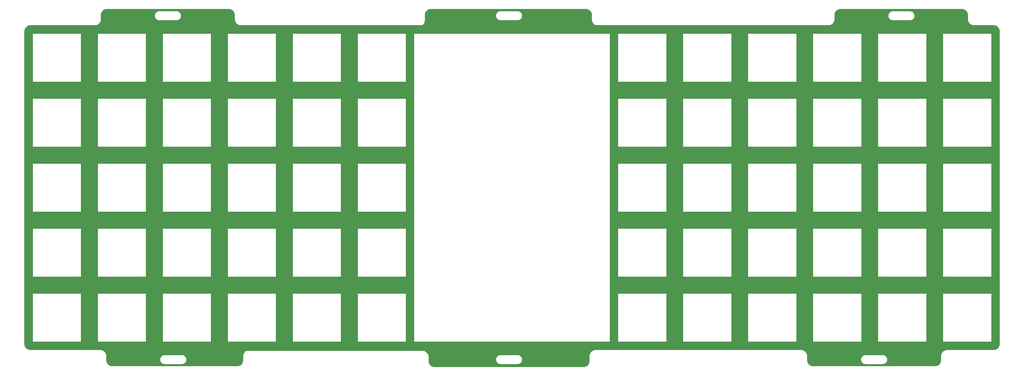
<source format=gtl>
G04 #@! TF.GenerationSoftware,KiCad,Pcbnew,(6.0.10)*
G04 #@! TF.CreationDate,2023-11-27T13:53:15-05:00*
G04 #@! TF.ProjectId,tofu60-plate,746f6675-3630-42d7-906c-6174652e6b69,rev?*
G04 #@! TF.SameCoordinates,Original*
G04 #@! TF.FileFunction,Copper,L1,Top*
G04 #@! TF.FilePolarity,Positive*
%FSLAX46Y46*%
G04 Gerber Fmt 4.6, Leading zero omitted, Abs format (unit mm)*
G04 Created by KiCad (PCBNEW (6.0.10)) date 2023-11-27 13:53:15*
%MOMM*%
%LPD*%
G01*
G04 APERTURE LIST*
G04 APERTURE END LIST*
G04 #@! TA.AperFunction,NonConductor*
G36*
X141073404Y-45254915D02*
G01*
X162318901Y-45254918D01*
X162321534Y-45255012D01*
X162323395Y-45255783D01*
X162324960Y-45255134D01*
X162327888Y-45255239D01*
X162567094Y-45272347D01*
X162584880Y-45274904D01*
X162814803Y-45324921D01*
X162832042Y-45329982D01*
X162994399Y-45390538D01*
X163052525Y-45412218D01*
X163068873Y-45419684D01*
X163275400Y-45532457D01*
X163290511Y-45542168D01*
X163478873Y-45683175D01*
X163478882Y-45683182D01*
X163492469Y-45694955D01*
X163658853Y-45861340D01*
X163670626Y-45874927D01*
X163811637Y-46063298D01*
X163821354Y-46078417D01*
X163934120Y-46284937D01*
X163941588Y-46301290D01*
X164023816Y-46521759D01*
X164028881Y-46539007D01*
X164053889Y-46653970D01*
X164066251Y-46710797D01*
X164078897Y-46768933D01*
X164081454Y-46786719D01*
X164081456Y-46786739D01*
X164098574Y-47026105D01*
X164098673Y-47028867D01*
X164098030Y-47030418D01*
X164098794Y-47032262D01*
X164098895Y-47035093D01*
X164098895Y-48209554D01*
X164097861Y-48220919D01*
X164095027Y-48220919D01*
X164096050Y-48236519D01*
X164096050Y-48236520D01*
X164110169Y-48451791D01*
X164110446Y-48456018D01*
X164156432Y-48687090D01*
X164167990Y-48721121D01*
X164230767Y-48905962D01*
X164232199Y-48910179D01*
X164336449Y-49121463D01*
X164467396Y-49317325D01*
X164470120Y-49320429D01*
X164619642Y-49490813D01*
X164622799Y-49494411D01*
X164799995Y-49649687D01*
X164995951Y-49780494D01*
X165207310Y-49884593D01*
X165430452Y-49960201D01*
X165661557Y-50006022D01*
X165665663Y-50006288D01*
X165665668Y-50006289D01*
X165879678Y-50020171D01*
X165896667Y-50021273D01*
X165896665Y-50018288D01*
X165904507Y-50017418D01*
X219075553Y-50017425D01*
X219075408Y-50017425D01*
X219075408Y-50017709D01*
X219075797Y-50017644D01*
X219076802Y-50018209D01*
X219079600Y-50017425D01*
X219080245Y-50017425D01*
X219081595Y-50016866D01*
X219085177Y-50015862D01*
X219086944Y-50018111D01*
X219100141Y-50006289D01*
X219257133Y-49865647D01*
X219260167Y-49862929D01*
X219411939Y-49686712D01*
X219421723Y-49671836D01*
X219537486Y-49495810D01*
X219537488Y-49495807D01*
X219539729Y-49492399D01*
X219641403Y-49283235D01*
X219649035Y-49260450D01*
X219675575Y-49181210D01*
X219715265Y-49062708D01*
X219717739Y-49050114D01*
X219737080Y-48951625D01*
X219760082Y-48834500D01*
X219775106Y-48602419D01*
X219772272Y-48602419D01*
X219772175Y-48602184D01*
X219771407Y-48595262D01*
X219771407Y-47337388D01*
X240667715Y-47337388D01*
X240703460Y-47551601D01*
X240705154Y-47556535D01*
X240772280Y-47752073D01*
X240772282Y-47752078D01*
X240773975Y-47757009D01*
X240877337Y-47948010D01*
X240880537Y-47952121D01*
X240880538Y-47952123D01*
X240997290Y-48102130D01*
X241010727Y-48119394D01*
X241108664Y-48209554D01*
X241148714Y-48246424D01*
X241170505Y-48266485D01*
X241352314Y-48385273D01*
X241551196Y-48472516D01*
X241619969Y-48489934D01*
X241756668Y-48524555D01*
X241756674Y-48524556D01*
X241761724Y-48525835D01*
X241978157Y-48543776D01*
X241978157Y-48540234D01*
X241987483Y-48539285D01*
X246965130Y-48539285D01*
X246978157Y-48540414D01*
X246978157Y-48543806D01*
X246994287Y-48542470D01*
X246994288Y-48542470D01*
X247055283Y-48537417D01*
X247194604Y-48525877D01*
X247199658Y-48524597D01*
X247199660Y-48524597D01*
X247303140Y-48498395D01*
X247405149Y-48472566D01*
X247504598Y-48428947D01*
X247599279Y-48387419D01*
X247599282Y-48387418D01*
X247604048Y-48385327D01*
X247785874Y-48266540D01*
X247789743Y-48262979D01*
X247941830Y-48122976D01*
X247945667Y-48119444D01*
X247948865Y-48115335D01*
X247948869Y-48115331D01*
X248075870Y-47952166D01*
X248075873Y-47952161D01*
X248079070Y-47948054D01*
X248081560Y-47943454D01*
X248179959Y-47761631D01*
X248182443Y-47757042D01*
X248252965Y-47551622D01*
X248288714Y-47337395D01*
X248288714Y-47120205D01*
X248252965Y-46905978D01*
X248182443Y-46700558D01*
X248086629Y-46523514D01*
X248081551Y-46514130D01*
X248081550Y-46514128D01*
X248079070Y-46509546D01*
X248075873Y-46505439D01*
X248075870Y-46505434D01*
X247948869Y-46342269D01*
X247948865Y-46342265D01*
X247945667Y-46338156D01*
X247789771Y-46194647D01*
X247789711Y-46194592D01*
X247789710Y-46194591D01*
X247785874Y-46191060D01*
X247604048Y-46072273D01*
X247599282Y-46070182D01*
X247599279Y-46070181D01*
X247409989Y-45987157D01*
X247405149Y-45985034D01*
X247228016Y-45940183D01*
X247199660Y-45933003D01*
X247199658Y-45933003D01*
X247194604Y-45931723D01*
X247100499Y-45923928D01*
X246996211Y-45915289D01*
X246996209Y-45915289D01*
X246978157Y-45913794D01*
X246978157Y-45917335D01*
X246968824Y-45918285D01*
X241990832Y-45918285D01*
X241978157Y-45917187D01*
X241978157Y-45913824D01*
X241962025Y-45915161D01*
X241962023Y-45915161D01*
X241814200Y-45927415D01*
X241761724Y-45931765D01*
X241756674Y-45933044D01*
X241756668Y-45933045D01*
X241619969Y-45967666D01*
X241551196Y-45985084D01*
X241352314Y-46072327D01*
X241170505Y-46191115D01*
X241166670Y-46194645D01*
X241166668Y-46194647D01*
X241148685Y-46211202D01*
X241010727Y-46338206D01*
X241007529Y-46342315D01*
X241007528Y-46342316D01*
X240880572Y-46505434D01*
X240877337Y-46509590D01*
X240773975Y-46700591D01*
X240772282Y-46705522D01*
X240772280Y-46705527D01*
X240723781Y-46846806D01*
X240703460Y-46905999D01*
X240667715Y-47120212D01*
X240667715Y-47337388D01*
X219771407Y-47337388D01*
X219771407Y-47034918D01*
X219771501Y-47032286D01*
X219772272Y-47030425D01*
X219771623Y-47028860D01*
X219771728Y-47025931D01*
X219788833Y-46786734D01*
X219791391Y-46768939D01*
X219805193Y-46705490D01*
X219841407Y-46539005D01*
X219846472Y-46521758D01*
X219928699Y-46301291D01*
X219936164Y-46284944D01*
X220048935Y-46078414D01*
X220058652Y-46063295D01*
X220199664Y-45874922D01*
X220211437Y-45861335D01*
X220377823Y-45694948D01*
X220391410Y-45683175D01*
X220579782Y-45542161D01*
X220594898Y-45532446D01*
X220801424Y-45419673D01*
X220817770Y-45412208D01*
X221038255Y-45329972D01*
X221055491Y-45324912D01*
X221285420Y-45274893D01*
X221303206Y-45272336D01*
X221524570Y-45256504D01*
X221542167Y-45255246D01*
X221545322Y-45255133D01*
X221546907Y-45255790D01*
X221548791Y-45255009D01*
X221551155Y-45254925D01*
X243057307Y-45254928D01*
X266992267Y-45254931D01*
X266994898Y-45255025D01*
X266996759Y-45255796D01*
X266998324Y-45255147D01*
X267001253Y-45255252D01*
X267008777Y-45255790D01*
X267240455Y-45272355D01*
X267258244Y-45274913D01*
X267373212Y-45299920D01*
X267488176Y-45324927D01*
X267505426Y-45329992D01*
X267725894Y-45412219D01*
X267742247Y-45419687D01*
X267948769Y-45532453D01*
X267963894Y-45542173D01*
X268152264Y-45683184D01*
X268165850Y-45694956D01*
X268332237Y-45861342D01*
X268344010Y-45874929D01*
X268485021Y-46063298D01*
X268494740Y-46078421D01*
X268607509Y-46284946D01*
X268614977Y-46301298D01*
X268697205Y-46521765D01*
X268702270Y-46539015D01*
X268752286Y-46768944D01*
X268754844Y-46786738D01*
X268763818Y-46912244D01*
X268771937Y-47025789D01*
X268772046Y-47028854D01*
X268771393Y-47030431D01*
X268772170Y-47032306D01*
X268772258Y-47034776D01*
X268772258Y-48348242D01*
X268771201Y-48359855D01*
X268768349Y-48359855D01*
X268770150Y-48387398D01*
X268780374Y-48543773D01*
X268783657Y-48593990D01*
X268829281Y-48824147D01*
X268904447Y-49046416D01*
X269007877Y-49257024D01*
X269137815Y-49452394D01*
X269292056Y-49629209D01*
X269467979Y-49784466D01*
X269662597Y-49915528D01*
X269872606Y-50020169D01*
X269873762Y-50017413D01*
X269876047Y-50017423D01*
X269876069Y-50017432D01*
X269878229Y-50017432D01*
X269882460Y-50017450D01*
X269882478Y-50017432D01*
X269886313Y-50017432D01*
X269888834Y-50017882D01*
X269891084Y-50017432D01*
X303671272Y-50017436D01*
X338036314Y-50017440D01*
X338047157Y-50018427D01*
X338047157Y-50021212D01*
X338100245Y-50017731D01*
X338278028Y-50006074D01*
X338278033Y-50006073D01*
X338282141Y-50005804D01*
X338419359Y-49978507D01*
X338509054Y-49960664D01*
X338509059Y-49960663D01*
X338513104Y-49959858D01*
X338517007Y-49958533D01*
X338517011Y-49958532D01*
X338732195Y-49885485D01*
X338732196Y-49885484D01*
X338736095Y-49884161D01*
X338947298Y-49780007D01*
X339143101Y-49649178D01*
X339320154Y-49493913D01*
X339475427Y-49316868D01*
X339566078Y-49181210D01*
X339603978Y-49124494D01*
X339603980Y-49124490D01*
X339606265Y-49121071D01*
X339637021Y-49058712D01*
X339708601Y-48913579D01*
X339708603Y-48913575D01*
X339710429Y-48909872D01*
X339786136Y-48686885D01*
X339804367Y-48595262D01*
X339831289Y-48459967D01*
X339831290Y-48459960D01*
X339832093Y-48455924D01*
X339832365Y-48451791D01*
X339846396Y-48237953D01*
X339846396Y-48237951D01*
X339847512Y-48220941D01*
X339844522Y-48220941D01*
X339844514Y-48220922D01*
X339843657Y-48213165D01*
X339843657Y-47337390D01*
X355667682Y-47337390D01*
X355703428Y-47551609D01*
X355705122Y-47556543D01*
X355772250Y-47752087D01*
X355772252Y-47752092D01*
X355773945Y-47757023D01*
X355877310Y-47948028D01*
X356010702Y-48119416D01*
X356014539Y-48122948D01*
X356148607Y-48246370D01*
X356170485Y-48266511D01*
X356352299Y-48385302D01*
X356357077Y-48387398D01*
X356546389Y-48470443D01*
X356551185Y-48472547D01*
X356556239Y-48473827D01*
X356556242Y-48473828D01*
X356569754Y-48477250D01*
X356761718Y-48525868D01*
X356978157Y-48543809D01*
X356978157Y-48540267D01*
X356987484Y-48539318D01*
X361965508Y-48539318D01*
X361978157Y-48540414D01*
X361978157Y-48543773D01*
X361994287Y-48542437D01*
X361994288Y-48542437D01*
X362045782Y-48538172D01*
X362194599Y-48525845D01*
X362199653Y-48524565D01*
X362199655Y-48524565D01*
X362303031Y-48498389D01*
X362405139Y-48472535D01*
X362604032Y-48385298D01*
X362785853Y-48266514D01*
X362789682Y-48262990D01*
X362789685Y-48262987D01*
X362941809Y-48122951D01*
X362945643Y-48119422D01*
X363079043Y-47948035D01*
X363182413Y-47757029D01*
X363200911Y-47703146D01*
X363251240Y-47556546D01*
X363251243Y-47556535D01*
X363252933Y-47551613D01*
X363253980Y-47545343D01*
X363266398Y-47470926D01*
X363288682Y-47337392D01*
X363288682Y-47120208D01*
X363266398Y-46986674D01*
X363253792Y-46911133D01*
X363253791Y-46911128D01*
X363252933Y-46905987D01*
X363251241Y-46901057D01*
X363251240Y-46901054D01*
X363185928Y-46710811D01*
X363182413Y-46700571D01*
X363079043Y-46509565D01*
X362945643Y-46338178D01*
X362807706Y-46211202D01*
X362789685Y-46194613D01*
X362789682Y-46194610D01*
X362785853Y-46191086D01*
X362604032Y-46072302D01*
X362405139Y-45985065D01*
X362293771Y-45956866D01*
X362199655Y-45933035D01*
X362199653Y-45933035D01*
X362194599Y-45931755D01*
X361978157Y-45913827D01*
X361978157Y-45917368D01*
X361968825Y-45918318D01*
X356991210Y-45918318D01*
X356978157Y-45917187D01*
X356978157Y-45913791D01*
X356962024Y-45915128D01*
X356962022Y-45915128D01*
X356807387Y-45927946D01*
X356761718Y-45931732D01*
X356662479Y-45956866D01*
X356556242Y-45983772D01*
X356556239Y-45983773D01*
X356551185Y-45985053D01*
X356546410Y-45987148D01*
X356546409Y-45987148D01*
X356357125Y-46070181D01*
X356352299Y-46072298D01*
X356170485Y-46191089D01*
X356166650Y-46194619D01*
X356166648Y-46194621D01*
X356090594Y-46264636D01*
X356010702Y-46338184D01*
X355877310Y-46509572D01*
X355773945Y-46700577D01*
X355772254Y-46705503D01*
X355772250Y-46705513D01*
X355741380Y-46795438D01*
X355703428Y-46905991D01*
X355667682Y-47120210D01*
X355667682Y-47337390D01*
X339843657Y-47337390D01*
X339843657Y-47034939D01*
X339843751Y-47032302D01*
X339844522Y-47030440D01*
X339843873Y-47028875D01*
X339843977Y-47025959D01*
X339861069Y-46786735D01*
X339863627Y-46768939D01*
X339913631Y-46539006D01*
X339918695Y-46521756D01*
X340000915Y-46301278D01*
X340008383Y-46284924D01*
X340121145Y-46078394D01*
X340130864Y-46063268D01*
X340271878Y-45874883D01*
X340283651Y-45861296D01*
X340450036Y-45694902D01*
X340463624Y-45683128D01*
X340571939Y-45602043D01*
X340651895Y-45542187D01*
X340651995Y-45542112D01*
X340667119Y-45532392D01*
X340779036Y-45471280D01*
X340873648Y-45419617D01*
X340889995Y-45412152D01*
X341110481Y-45329917D01*
X341127723Y-45324854D01*
X341357664Y-45274838D01*
X341375454Y-45272280D01*
X341613497Y-45255262D01*
X341617498Y-45255119D01*
X341619157Y-45255806D01*
X341621128Y-45254989D01*
X341622481Y-45254941D01*
X353700981Y-45254942D01*
X377193468Y-45254945D01*
X377196099Y-45255039D01*
X377197960Y-45255810D01*
X377199525Y-45255161D01*
X377202454Y-45255266D01*
X377210006Y-45255806D01*
X377441651Y-45272369D01*
X377459445Y-45274927D01*
X377535300Y-45291427D01*
X377689379Y-45324943D01*
X377706622Y-45330005D01*
X377927052Y-45412218D01*
X377927092Y-45412233D01*
X377943444Y-45419700D01*
X378149969Y-45532469D01*
X378165090Y-45542187D01*
X378353464Y-45683202D01*
X378367050Y-45694975D01*
X378533428Y-45861353D01*
X378545202Y-45874940D01*
X378686216Y-46063316D01*
X378695933Y-46078435D01*
X378808704Y-46284965D01*
X378816169Y-46301311D01*
X378898390Y-46521765D01*
X378898395Y-46521779D01*
X378903460Y-46539029D01*
X378953469Y-46768933D01*
X378953474Y-46768958D01*
X378956032Y-46786751D01*
X378964557Y-46905991D01*
X378973138Y-47026016D01*
X378973240Y-47028884D01*
X378972594Y-47030445D01*
X378973363Y-47032300D01*
X378973459Y-47035001D01*
X378973459Y-48213424D01*
X378972291Y-48226373D01*
X378969234Y-48226373D01*
X378970315Y-48242076D01*
X378985038Y-48455924D01*
X378986214Y-48473012D01*
X378987100Y-48477247D01*
X378987100Y-48477250D01*
X378997357Y-48526299D01*
X379036815Y-48715001D01*
X379080992Y-48838500D01*
X379116472Y-48937683D01*
X379120083Y-48947779D01*
X379234448Y-49166958D01*
X379236957Y-49170485D01*
X379289707Y-49244637D01*
X379377755Y-49368409D01*
X379547303Y-49548332D01*
X379739896Y-49703339D01*
X379951904Y-49830506D01*
X379955895Y-49832207D01*
X379955897Y-49832208D01*
X380146003Y-49913233D01*
X380179332Y-49927438D01*
X380417893Y-49992306D01*
X380422183Y-49992859D01*
X380422185Y-49992859D01*
X380524864Y-50006085D01*
X380663090Y-50023890D01*
X380667414Y-50023850D01*
X380667417Y-50023850D01*
X380774957Y-50022850D01*
X380910302Y-50021592D01*
X380910151Y-50019663D01*
X380925128Y-50017439D01*
X385655677Y-50017414D01*
X386503343Y-50017410D01*
X386505981Y-50017504D01*
X386507842Y-50018275D01*
X386509407Y-50017626D01*
X386512334Y-50017731D01*
X386751552Y-50034845D01*
X386769342Y-50037404D01*
X386845225Y-50053912D01*
X386999282Y-50087427D01*
X387016531Y-50092492D01*
X387237008Y-50174728D01*
X387253351Y-50182191D01*
X387432566Y-50280049D01*
X387459894Y-50294971D01*
X387475017Y-50304690D01*
X387663399Y-50445708D01*
X387676985Y-50457480D01*
X387843381Y-50623871D01*
X387855154Y-50637457D01*
X387996178Y-50825835D01*
X388005897Y-50840957D01*
X388118681Y-51047489D01*
X388126149Y-51063841D01*
X388208392Y-51284319D01*
X388213457Y-51301567D01*
X388263487Y-51531497D01*
X388266047Y-51549291D01*
X388283111Y-51787706D01*
X388283242Y-51791372D01*
X388282567Y-51793001D01*
X388283369Y-51794937D01*
X388283432Y-51796701D01*
X388283431Y-143465803D01*
X388283337Y-143468438D01*
X388282566Y-143470299D01*
X388283215Y-143471864D01*
X388283110Y-143474792D01*
X388266848Y-143702155D01*
X388266000Y-143714006D01*
X388263441Y-143731801D01*
X388213420Y-143961735D01*
X388208355Y-143978985D01*
X388126117Y-144199465D01*
X388118648Y-144215819D01*
X388005869Y-144422348D01*
X387996149Y-144437471D01*
X387855125Y-144625848D01*
X387843352Y-144639435D01*
X387676952Y-144805824D01*
X387663368Y-144817595D01*
X387474972Y-144958615D01*
X387459857Y-144968327D01*
X387253319Y-145081093D01*
X387236966Y-145088561D01*
X387016481Y-145170786D01*
X386999231Y-145175850D01*
X386867990Y-145204393D01*
X386769283Y-145225860D01*
X386751509Y-145228414D01*
X386511682Y-145245553D01*
X386509311Y-145245638D01*
X386507790Y-145245007D01*
X386505982Y-145245756D01*
X386502730Y-145245872D01*
X383157745Y-145245785D01*
X372920341Y-145245520D01*
X372909151Y-145244502D01*
X372909151Y-145241685D01*
X372893551Y-145242707D01*
X372678271Y-145256811D01*
X372678264Y-145256812D01*
X372674157Y-145257081D01*
X372625974Y-145266664D01*
X372447228Y-145302214D01*
X372447224Y-145302215D01*
X372443182Y-145303019D01*
X372439273Y-145304346D01*
X372224091Y-145377385D01*
X372224085Y-145377388D01*
X372220180Y-145378713D01*
X372008966Y-145482868D01*
X372005529Y-145485164D01*
X372005528Y-145485165D01*
X371910927Y-145548374D01*
X371813155Y-145613701D01*
X371636096Y-145768974D01*
X371480820Y-145946030D01*
X371349983Y-146141839D01*
X371245825Y-146353051D01*
X371244500Y-146356956D01*
X371244499Y-146356957D01*
X371171598Y-146571720D01*
X371170127Y-146576052D01*
X371124185Y-146807026D01*
X371123916Y-146811134D01*
X371123915Y-146811140D01*
X371117789Y-146904622D01*
X371108785Y-147042020D01*
X371111775Y-147042020D01*
X371111782Y-147042037D01*
X371112640Y-147049800D01*
X371112640Y-148225096D01*
X371112546Y-148227729D01*
X371111775Y-148229590D01*
X371112424Y-148231155D01*
X371112319Y-148234083D01*
X371096719Y-148452217D01*
X371095212Y-148473282D01*
X371092654Y-148491071D01*
X371047640Y-148697995D01*
X371042638Y-148720990D01*
X371037574Y-148738239D01*
X371031011Y-148755834D01*
X370956906Y-148954519D01*
X370955341Y-148958714D01*
X370947877Y-148975057D01*
X370856030Y-149143260D01*
X370835105Y-149181580D01*
X370825387Y-149196701D01*
X370684369Y-149385075D01*
X370672604Y-149398652D01*
X370649844Y-149421411D01*
X370506214Y-149565037D01*
X370492627Y-149576809D01*
X370304264Y-149717811D01*
X370289142Y-149727530D01*
X370082611Y-149840298D01*
X370066267Y-149847762D01*
X369845790Y-149929989D01*
X369828552Y-149935049D01*
X369598620Y-149985062D01*
X369580835Y-149987618D01*
X369349271Y-150004173D01*
X369340930Y-150004769D01*
X369338650Y-150004850D01*
X369337140Y-150004225D01*
X369335345Y-150004969D01*
X369331945Y-150005090D01*
X333623632Y-150005090D01*
X333621001Y-150004996D01*
X333619140Y-150004225D01*
X333617575Y-150004874D01*
X333614646Y-150004769D01*
X333375832Y-149987693D01*
X333375453Y-149987666D01*
X333357658Y-149985108D01*
X333127733Y-149935093D01*
X333110483Y-149930028D01*
X332890064Y-149847817D01*
X332890014Y-149847798D01*
X332873668Y-149840333D01*
X332667148Y-149727563D01*
X332652024Y-149717843D01*
X332571975Y-149657918D01*
X332463660Y-149576833D01*
X332450076Y-149565062D01*
X332283694Y-149398673D01*
X332271921Y-149385086D01*
X332271906Y-149385066D01*
X332130913Y-149196710D01*
X332121199Y-149181594D01*
X332008437Y-148975068D01*
X332000971Y-148958718D01*
X331996121Y-148945712D01*
X331918748Y-148738239D01*
X331913689Y-148721007D01*
X331863680Y-148491068D01*
X331861125Y-148473288D01*
X331843959Y-148233075D01*
X331843888Y-148231081D01*
X331844505Y-148229591D01*
X331843772Y-148227821D01*
X331843640Y-148224122D01*
X331843640Y-148147290D01*
X347667686Y-148147290D01*
X347668543Y-148152425D01*
X347668543Y-148152427D01*
X347680676Y-148225137D01*
X347703432Y-148361507D01*
X347773948Y-148566920D01*
X347776432Y-148571510D01*
X347873967Y-148751742D01*
X347877312Y-148757924D01*
X347880510Y-148762033D01*
X347880512Y-148762036D01*
X348007499Y-148925195D01*
X348007502Y-148925199D01*
X348010703Y-148929311D01*
X348047250Y-148962956D01*
X348163768Y-149070222D01*
X348170485Y-149076406D01*
X348352297Y-149195196D01*
X348357067Y-149197289D01*
X348357068Y-149197289D01*
X348546405Y-149280347D01*
X348546411Y-149280349D01*
X348551182Y-149282442D01*
X348761714Y-149335763D01*
X348978150Y-149353705D01*
X348978150Y-149350163D01*
X348987476Y-149349214D01*
X353965454Y-149349214D01*
X353978150Y-149350314D01*
X353978150Y-149353677D01*
X353994281Y-149352341D01*
X354189396Y-149336181D01*
X354189402Y-149336180D01*
X354194594Y-149335750D01*
X354405135Y-149282441D01*
X354409903Y-149280350D01*
X354409908Y-149280348D01*
X354599264Y-149197295D01*
X354599270Y-149197292D01*
X354604030Y-149195204D01*
X354609000Y-149191957D01*
X354781494Y-149079267D01*
X354781496Y-149079265D01*
X354785853Y-149076419D01*
X354789680Y-149072896D01*
X354789684Y-149072893D01*
X354909112Y-148962956D01*
X354945644Y-148929327D01*
X354948842Y-148925218D01*
X354948846Y-148925214D01*
X355075846Y-148762050D01*
X355075846Y-148762049D01*
X355079045Y-148757940D01*
X355182416Y-148566932D01*
X355252937Y-148361515D01*
X355288685Y-148147293D01*
X355288685Y-147930107D01*
X355252937Y-147715885D01*
X355182416Y-147510468D01*
X355079045Y-147319460D01*
X355071033Y-147309166D01*
X354948846Y-147152186D01*
X354948842Y-147152182D01*
X354945644Y-147148073D01*
X354838007Y-147048990D01*
X354789684Y-147004507D01*
X354789680Y-147004504D01*
X354785853Y-147000981D01*
X354781029Y-146997829D01*
X354608385Y-146885041D01*
X354608384Y-146885040D01*
X354604030Y-146882196D01*
X354599270Y-146880108D01*
X354599264Y-146880105D01*
X354409908Y-146797052D01*
X354409903Y-146797050D01*
X354405135Y-146794959D01*
X354388935Y-146790857D01*
X354362038Y-146784047D01*
X354194594Y-146741650D01*
X354189402Y-146741220D01*
X354189396Y-146741219D01*
X353996205Y-146725218D01*
X353996204Y-146725218D01*
X353978150Y-146723723D01*
X353978150Y-146727264D01*
X353968817Y-146728214D01*
X348991157Y-146728214D01*
X348978150Y-146727087D01*
X348978150Y-146723695D01*
X348761714Y-146741637D01*
X348551182Y-146794958D01*
X348546411Y-146797051D01*
X348546405Y-146797053D01*
X348359699Y-146878957D01*
X348352297Y-146882204D01*
X348170485Y-147000994D01*
X348166650Y-147004524D01*
X348166648Y-147004526D01*
X348124532Y-147043298D01*
X348010703Y-147148089D01*
X348007502Y-147152201D01*
X348007499Y-147152205D01*
X347882984Y-147312188D01*
X347877312Y-147319476D01*
X347874833Y-147324057D01*
X347874831Y-147324060D01*
X347873121Y-147327220D01*
X347773948Y-147510480D01*
X347703432Y-147715893D01*
X347702576Y-147721024D01*
X347669077Y-147921777D01*
X347667686Y-147930110D01*
X347667686Y-148147290D01*
X331843640Y-148147290D01*
X331843640Y-147052759D01*
X331844657Y-147041582D01*
X331847473Y-147041582D01*
X331838088Y-146898412D01*
X331832339Y-146810705D01*
X331832338Y-146810699D01*
X331832069Y-146806592D01*
X331786125Y-146575623D01*
X331710427Y-146352626D01*
X331606271Y-146141418D01*
X331475439Y-145945611D01*
X331320168Y-145768556D01*
X331143115Y-145613282D01*
X331045347Y-145547953D01*
X330950742Y-145484737D01*
X330950735Y-145484733D01*
X330947311Y-145482445D01*
X330848486Y-145433708D01*
X330739803Y-145380109D01*
X330739800Y-145380108D01*
X330736104Y-145378285D01*
X330513109Y-145302584D01*
X330347729Y-145269683D01*
X330286183Y-145257439D01*
X330286181Y-145257439D01*
X330282141Y-145256635D01*
X330278037Y-145256366D01*
X330278030Y-145256365D01*
X330166927Y-145249081D01*
X330047151Y-145241227D01*
X330047151Y-145244217D01*
X330047133Y-145244225D01*
X330039372Y-145245082D01*
X307635353Y-145244943D01*
X269889827Y-145244710D01*
X269878151Y-145243648D01*
X269878151Y-145240785D01*
X269853887Y-145242376D01*
X269647266Y-145255924D01*
X269647261Y-145255925D01*
X269643153Y-145256194D01*
X269556390Y-145273454D01*
X269416226Y-145301338D01*
X269416219Y-145301340D01*
X269412177Y-145302144D01*
X269189174Y-145377849D01*
X269094453Y-145424563D01*
X268981663Y-145480187D01*
X268981660Y-145480189D01*
X268977961Y-145482013D01*
X268974532Y-145484304D01*
X268974529Y-145484306D01*
X268785580Y-145610563D01*
X268785573Y-145610568D01*
X268782151Y-145612855D01*
X268605093Y-145768135D01*
X268449819Y-145945198D01*
X268318983Y-146141013D01*
X268317162Y-146144706D01*
X268317159Y-146144711D01*
X268238597Y-146304024D01*
X268214826Y-146352229D01*
X268139128Y-146575234D01*
X268138324Y-146579276D01*
X268138323Y-146579280D01*
X268122608Y-146658290D01*
X268093186Y-146806212D01*
X268092916Y-146810324D01*
X268092916Y-146810328D01*
X268081015Y-146991928D01*
X268077785Y-147041210D01*
X268080775Y-147041210D01*
X268080782Y-147041227D01*
X268081640Y-147048990D01*
X268081640Y-148449807D01*
X268081546Y-148452443D01*
X268080775Y-148454304D01*
X268081424Y-148455869D01*
X268081319Y-148458796D01*
X268080282Y-148473289D01*
X268064384Y-148695568D01*
X268064210Y-148697994D01*
X268061652Y-148715784D01*
X268017169Y-148920264D01*
X268011634Y-148945706D01*
X268006570Y-148962954D01*
X268004996Y-148967173D01*
X267924339Y-149183416D01*
X267916871Y-149199768D01*
X267804101Y-149406286D01*
X267794383Y-149421409D01*
X267682065Y-149571443D01*
X267653369Y-149609775D01*
X267641597Y-149623359D01*
X267475208Y-149789743D01*
X267461626Y-149801511D01*
X267273255Y-149942516D01*
X267258132Y-149952235D01*
X267051615Y-150064995D01*
X267035262Y-150072463D01*
X266914309Y-150117573D01*
X266814787Y-150154690D01*
X266797548Y-150159751D01*
X266567614Y-150209763D01*
X266549837Y-150212318D01*
X266320080Y-150228743D01*
X266309733Y-150229483D01*
X266307634Y-150229558D01*
X266306140Y-150228939D01*
X266304364Y-150229675D01*
X266300748Y-150229804D01*
X222654655Y-150229804D01*
X222652018Y-150229710D01*
X222650157Y-150228939D01*
X222648592Y-150229588D01*
X222645664Y-150229483D01*
X222638060Y-150228939D01*
X222406460Y-150212370D01*
X222388671Y-150209811D01*
X222158743Y-150159790D01*
X222141505Y-150154729D01*
X221921016Y-150072489D01*
X221904685Y-150065031D01*
X221698154Y-149952257D01*
X221683030Y-149942538D01*
X221494659Y-149801527D01*
X221481073Y-149789755D01*
X221397857Y-149706543D01*
X221314679Y-149623368D01*
X221302909Y-149609784D01*
X221278250Y-149576845D01*
X221161896Y-149421422D01*
X221152178Y-149406303D01*
X221148012Y-149398673D01*
X221039398Y-149199777D01*
X221031930Y-149183425D01*
X220949691Y-148962960D01*
X220944626Y-148945712D01*
X220894598Y-148715788D01*
X220892039Y-148697995D01*
X220874979Y-148459660D01*
X220874846Y-148455935D01*
X220875522Y-148454303D01*
X220874718Y-148452362D01*
X220874657Y-148450664D01*
X220874657Y-148144086D01*
X240667731Y-148144086D01*
X240668588Y-148149221D01*
X240668588Y-148149223D01*
X240681651Y-148227503D01*
X240703476Y-148358296D01*
X240773989Y-148563701D01*
X240776473Y-148568291D01*
X240873271Y-148747162D01*
X240877350Y-148754700D01*
X240880548Y-148758809D01*
X240880550Y-148758812D01*
X241006210Y-148920264D01*
X241010737Y-148926081D01*
X241170512Y-149073171D01*
X241174875Y-149076022D01*
X241174878Y-149076024D01*
X241175463Y-149076406D01*
X241352318Y-149191957D01*
X241357088Y-149194049D01*
X241357089Y-149194050D01*
X241546419Y-149277104D01*
X241546425Y-149277106D01*
X241551196Y-149279199D01*
X241761721Y-149332518D01*
X241978150Y-149350460D01*
X241978150Y-149346918D01*
X241987476Y-149345969D01*
X246964939Y-149345969D01*
X246978150Y-149347114D01*
X246978150Y-149350522D01*
X246994281Y-149349186D01*
X247189404Y-149333025D01*
X247189410Y-149333024D01*
X247194602Y-149332594D01*
X247199660Y-149331313D01*
X247199662Y-149331313D01*
X247400092Y-149280564D01*
X247400095Y-149280563D01*
X247405150Y-149279283D01*
X247604051Y-149192043D01*
X247785881Y-149073255D01*
X247804311Y-149056290D01*
X247941840Y-148929689D01*
X247945677Y-148926157D01*
X247961472Y-148905865D01*
X248075880Y-148758878D01*
X248075881Y-148758877D01*
X248079082Y-148754764D01*
X248081598Y-148750116D01*
X248178257Y-148571510D01*
X248182457Y-148563750D01*
X248252981Y-148358326D01*
X248288730Y-148144096D01*
X248288730Y-147926904D01*
X248252981Y-147712674D01*
X248182457Y-147507250D01*
X248086662Y-147330242D01*
X248081561Y-147320816D01*
X248081559Y-147320813D01*
X248079082Y-147316236D01*
X248039733Y-147265682D01*
X247948884Y-147148963D01*
X247948883Y-147148962D01*
X247945677Y-147144843D01*
X247831163Y-147039429D01*
X247789718Y-147001277D01*
X247789717Y-147001276D01*
X247785881Y-146997745D01*
X247604051Y-146878957D01*
X247405150Y-146791717D01*
X247400095Y-146790437D01*
X247400092Y-146790436D01*
X247199662Y-146739687D01*
X247199660Y-146739687D01*
X247194602Y-146738406D01*
X247189410Y-146737976D01*
X247189404Y-146737975D01*
X247094290Y-146730097D01*
X246978150Y-146720478D01*
X246978150Y-146724019D01*
X246968818Y-146724969D01*
X241990641Y-146724969D01*
X241978150Y-146723887D01*
X241978150Y-146720540D01*
X241761721Y-146738482D01*
X241756659Y-146739764D01*
X241743843Y-146743010D01*
X241551196Y-146791801D01*
X241546425Y-146793894D01*
X241546419Y-146793896D01*
X241364037Y-146873902D01*
X241352318Y-146879043D01*
X241265951Y-146935472D01*
X241174878Y-146994976D01*
X241174875Y-146994978D01*
X241170512Y-146997829D01*
X241166679Y-147001358D01*
X241166676Y-147001360D01*
X241114059Y-147049800D01*
X241010737Y-147144919D01*
X241007536Y-147149032D01*
X241007533Y-147149035D01*
X240880550Y-147312188D01*
X240877350Y-147316300D01*
X240874871Y-147320881D01*
X240874869Y-147320884D01*
X240868086Y-147333418D01*
X240773989Y-147507299D01*
X240703476Y-147712704D01*
X240667731Y-147926914D01*
X240667731Y-148144086D01*
X220874657Y-148144086D01*
X220874657Y-147276780D01*
X220875667Y-147265682D01*
X220878474Y-147265682D01*
X220864334Y-147049800D01*
X220863352Y-147034806D01*
X220863352Y-147034803D01*
X220863082Y-147030687D01*
X220861953Y-147025007D01*
X220820368Y-146815910D01*
X220817147Y-146799713D01*
X220815534Y-146794959D01*
X220742784Y-146580626D01*
X220741455Y-146576710D01*
X220637302Y-146365496D01*
X220625972Y-146348538D01*
X220508759Y-146173110D01*
X220506470Y-146169684D01*
X220485300Y-146145543D01*
X220353912Y-145995721D01*
X220351197Y-145992625D01*
X220174142Y-145837350D01*
X219978332Y-145706514D01*
X219796530Y-145616860D01*
X219770820Y-145604181D01*
X219770812Y-145604178D01*
X219767120Y-145602357D01*
X219763219Y-145601033D01*
X219763217Y-145601032D01*
X219548029Y-145527989D01*
X219548026Y-145527988D01*
X219544119Y-145526662D01*
X219540071Y-145525857D01*
X219540064Y-145525855D01*
X219349091Y-145487872D01*
X219313145Y-145480723D01*
X219309032Y-145480453D01*
X219309028Y-145480453D01*
X219095161Y-145466440D01*
X219095158Y-145466440D01*
X219078151Y-145465326D01*
X219078151Y-145468316D01*
X219078136Y-145468322D01*
X219070370Y-145469181D01*
X181849216Y-145469183D01*
X167487811Y-145469184D01*
X167487273Y-145468757D01*
X167483554Y-145469184D01*
X167482063Y-145469184D01*
X167481492Y-145469421D01*
X167478632Y-145469749D01*
X167477091Y-145466976D01*
X167276138Y-145596791D01*
X167094168Y-145752102D01*
X167091372Y-145755218D01*
X167091370Y-145755220D01*
X166937193Y-145927045D01*
X166937189Y-145927050D01*
X166934394Y-145930165D01*
X166932037Y-145933622D01*
X166932035Y-145933625D01*
X166816595Y-146102964D01*
X166799637Y-146127839D01*
X166797762Y-146131574D01*
X166797759Y-146131578D01*
X166694154Y-146337890D01*
X166694151Y-146337898D01*
X166692275Y-146341633D01*
X166690908Y-146345593D01*
X166690907Y-146345595D01*
X166623318Y-146541374D01*
X166614204Y-146567773D01*
X166613375Y-146571875D01*
X166613374Y-146571878D01*
X166612696Y-146575234D01*
X166566802Y-146802266D01*
X166566524Y-146806434D01*
X166566524Y-146806437D01*
X166565899Y-146815827D01*
X166550905Y-147040975D01*
X166553998Y-147040975D01*
X166554926Y-147049411D01*
X166554926Y-148225103D01*
X166554832Y-148227738D01*
X166554061Y-148229599D01*
X166554710Y-148231164D01*
X166554605Y-148234092D01*
X166537497Y-148473289D01*
X166534939Y-148491083D01*
X166484921Y-148721014D01*
X166479856Y-148738263D01*
X166397627Y-148958729D01*
X166390159Y-148975082D01*
X166277391Y-149181605D01*
X166267672Y-149196728D01*
X166126662Y-149385098D01*
X166114889Y-149398685D01*
X165948503Y-149565073D01*
X165934918Y-149576845D01*
X165746550Y-149717858D01*
X165731430Y-149727575D01*
X165524904Y-149840349D01*
X165508552Y-149847817D01*
X165288086Y-149930050D01*
X165270838Y-149935115D01*
X165040911Y-149985135D01*
X165023125Y-149987693D01*
X164807469Y-150003120D01*
X164784295Y-150004778D01*
X164781021Y-150004895D01*
X164779426Y-150004234D01*
X164777530Y-150005020D01*
X164775304Y-150005099D01*
X128198600Y-150005099D01*
X128195965Y-150005005D01*
X128194104Y-150004234D01*
X128192539Y-150004883D01*
X128189611Y-150004778D01*
X127950415Y-149987670D01*
X127932621Y-149985112D01*
X127702691Y-149935095D01*
X127685442Y-149930030D01*
X127464972Y-149847799D01*
X127448623Y-149840333D01*
X127242089Y-149727557D01*
X127226991Y-149717853D01*
X127038612Y-149576835D01*
X127025026Y-149565063D01*
X126858640Y-149398678D01*
X126846867Y-149385091D01*
X126805619Y-149329990D01*
X126705854Y-149196719D01*
X126696137Y-149181599D01*
X126696135Y-149181594D01*
X126583367Y-148975078D01*
X126575900Y-148958727D01*
X126574329Y-148954513D01*
X126502544Y-148762050D01*
X126493671Y-148738261D01*
X126488606Y-148721012D01*
X126438588Y-148491082D01*
X126436030Y-148473288D01*
X126418925Y-148234126D01*
X126418819Y-148231168D01*
X126419469Y-148229599D01*
X126418697Y-148227735D01*
X126418604Y-148225137D01*
X126418604Y-148141089D01*
X142242690Y-148141089D01*
X142243547Y-148146224D01*
X142243547Y-148146226D01*
X142257731Y-148231228D01*
X142278436Y-148355306D01*
X142348952Y-148560718D01*
X142351436Y-148565308D01*
X142448135Y-148743997D01*
X142452315Y-148751722D01*
X142455513Y-148755831D01*
X142455515Y-148755834D01*
X142582502Y-148918993D01*
X142582505Y-148918997D01*
X142585706Y-148923109D01*
X142624396Y-148958727D01*
X142723657Y-149050106D01*
X142745487Y-149070203D01*
X142749854Y-149073056D01*
X142749855Y-149073057D01*
X142750158Y-149073255D01*
X142927299Y-149188993D01*
X142932069Y-149191086D01*
X142932070Y-149191086D01*
X143121406Y-149274143D01*
X143121412Y-149274145D01*
X143126183Y-149276238D01*
X143336714Y-149329559D01*
X143553150Y-149347501D01*
X143553150Y-149343959D01*
X143562476Y-149343010D01*
X148540408Y-149343010D01*
X148553150Y-149344114D01*
X148553150Y-149347481D01*
X148569281Y-149346145D01*
X148607131Y-149343010D01*
X148769595Y-149329554D01*
X148980137Y-149276244D01*
X148984927Y-149274143D01*
X149174266Y-149191098D01*
X149174272Y-149191095D01*
X149179032Y-149189007D01*
X149183418Y-149186142D01*
X149269722Y-149129759D01*
X149360855Y-149070222D01*
X149382708Y-149050106D01*
X149516807Y-148926665D01*
X149516808Y-148926664D01*
X149520647Y-148923130D01*
X149524200Y-148918566D01*
X149650846Y-148755856D01*
X149650847Y-148755855D01*
X149654048Y-148751742D01*
X149658240Y-148743997D01*
X149753329Y-148568291D01*
X149757419Y-148560734D01*
X149827941Y-148355316D01*
X149863689Y-148141093D01*
X149863689Y-147923907D01*
X149827941Y-147709684D01*
X149757419Y-147504266D01*
X149694662Y-147388305D01*
X149656527Y-147317838D01*
X149656525Y-147317835D01*
X149654048Y-147313258D01*
X149617017Y-147265682D01*
X149523854Y-147145990D01*
X149523853Y-147145989D01*
X149520647Y-147141870D01*
X149421708Y-147050794D01*
X149364692Y-146998310D01*
X149360855Y-146994778D01*
X149187933Y-146881808D01*
X149183387Y-146878838D01*
X149183386Y-146878837D01*
X149179032Y-146875993D01*
X149174272Y-146873905D01*
X149174266Y-146873902D01*
X148984916Y-146790852D01*
X148984915Y-146790852D01*
X148980137Y-146788756D01*
X148769595Y-146735446D01*
X148682278Y-146728214D01*
X148571205Y-146719014D01*
X148571204Y-146719014D01*
X148553150Y-146717519D01*
X148553150Y-146721060D01*
X148543817Y-146722010D01*
X143566112Y-146722010D01*
X143553150Y-146720887D01*
X143553150Y-146717499D01*
X143537018Y-146718836D01*
X143537016Y-146718836D01*
X143406709Y-146729639D01*
X143336714Y-146735441D01*
X143126183Y-146788762D01*
X143121412Y-146790855D01*
X143121406Y-146790857D01*
X142932070Y-146873914D01*
X142927299Y-146876007D01*
X142745487Y-146994797D01*
X142741652Y-146998327D01*
X142741650Y-146998329D01*
X142694191Y-147042020D01*
X142585706Y-147141891D01*
X142582505Y-147146003D01*
X142582502Y-147146007D01*
X142455515Y-147309166D01*
X142452315Y-147313278D01*
X142449836Y-147317859D01*
X142449834Y-147317862D01*
X142446480Y-147324060D01*
X142348952Y-147504282D01*
X142278436Y-147709694D01*
X142242690Y-147923911D01*
X142242690Y-148141089D01*
X126418604Y-148141089D01*
X126418604Y-147050794D01*
X126419610Y-147039740D01*
X126422414Y-147039740D01*
X126421347Y-147023457D01*
X126407287Y-146808868D01*
X126407286Y-146808862D01*
X126407017Y-146804753D01*
X126405486Y-146797053D01*
X126361886Y-146577831D01*
X126361885Y-146577826D01*
X126361081Y-146573785D01*
X126290382Y-146365496D01*
X126286715Y-146354691D01*
X126286712Y-146354684D01*
X126285390Y-146350789D01*
X126181240Y-146139581D01*
X126050412Y-145943774D01*
X125895147Y-145766718D01*
X125878482Y-145752102D01*
X125721202Y-145614164D01*
X125721198Y-145614161D01*
X125718099Y-145611443D01*
X125714666Y-145609149D01*
X125714662Y-145609146D01*
X125563663Y-145508247D01*
X125522298Y-145480606D01*
X125518588Y-145478776D01*
X125518584Y-145478774D01*
X125314804Y-145378274D01*
X125314801Y-145378273D01*
X125311095Y-145376445D01*
X125307185Y-145375117D01*
X125307181Y-145375116D01*
X125092018Y-145302072D01*
X125092017Y-145302072D01*
X125088103Y-145300743D01*
X124920424Y-145267385D01*
X124861181Y-145255599D01*
X124861176Y-145255598D01*
X124857138Y-145254795D01*
X124853033Y-145254526D01*
X124853027Y-145254525D01*
X124721062Y-145245872D01*
X124622151Y-145239386D01*
X124622151Y-145242376D01*
X124622133Y-145242383D01*
X124614372Y-145243241D01*
X110241527Y-145242789D01*
X104187412Y-145242599D01*
X104184788Y-145242505D01*
X104182928Y-145241735D01*
X104181364Y-145242383D01*
X104178423Y-145242278D01*
X103939242Y-145225163D01*
X103921449Y-145222604D01*
X103691533Y-145172583D01*
X103674286Y-145167518D01*
X103453828Y-145085290D01*
X103437482Y-145077826D01*
X103230954Y-144965053D01*
X103215833Y-144955335D01*
X103140151Y-144898682D01*
X103027469Y-144814332D01*
X103013893Y-144802569D01*
X102847499Y-144636184D01*
X102835729Y-144622601D01*
X102694711Y-144434239D01*
X102685002Y-144419133D01*
X102572216Y-144212607D01*
X102564752Y-144196265D01*
X102482509Y-143975808D01*
X102477443Y-143958560D01*
X102427409Y-143728640D01*
X102424850Y-143710848D01*
X102407717Y-143471589D01*
X102407615Y-143468725D01*
X102408259Y-143467168D01*
X102407493Y-143465319D01*
X102407395Y-143462589D01*
X102407395Y-142756411D01*
X104883138Y-142756411D01*
X104884003Y-142758499D01*
X104886467Y-142764447D01*
X104894503Y-142767776D01*
X104896591Y-142766911D01*
X118941554Y-142766911D01*
X118943642Y-142767776D01*
X118945730Y-142766911D01*
X118951678Y-142764447D01*
X118955007Y-142756411D01*
X123933041Y-142756411D01*
X123933906Y-142758499D01*
X123936370Y-142764447D01*
X123944406Y-142767776D01*
X123946494Y-142766911D01*
X137991929Y-142766911D01*
X137994017Y-142767776D01*
X137996105Y-142766911D01*
X138002053Y-142764447D01*
X138005382Y-142756411D01*
X142983416Y-142756411D01*
X142984281Y-142758499D01*
X142986745Y-142764447D01*
X142994781Y-142767776D01*
X142996869Y-142766911D01*
X157042068Y-142766911D01*
X157044156Y-142767776D01*
X157046244Y-142766911D01*
X157052192Y-142764447D01*
X157055521Y-142756411D01*
X162033555Y-142756411D01*
X162034420Y-142758499D01*
X162036884Y-142764447D01*
X162044920Y-142767776D01*
X162047008Y-142766911D01*
X176092207Y-142766911D01*
X176094295Y-142767776D01*
X176096383Y-142766911D01*
X176102331Y-142764447D01*
X176105660Y-142756411D01*
X181083694Y-142756411D01*
X181084559Y-142758499D01*
X181087023Y-142764447D01*
X181095059Y-142767776D01*
X181097147Y-142766911D01*
X195142346Y-142766911D01*
X195144434Y-142767776D01*
X195146522Y-142766911D01*
X195152470Y-142764447D01*
X195155799Y-142756411D01*
X200133833Y-142756411D01*
X200134698Y-142758499D01*
X200137162Y-142764447D01*
X200145198Y-142767776D01*
X200147286Y-142766911D01*
X214192485Y-142766911D01*
X214194573Y-142767776D01*
X214196661Y-142766911D01*
X214202609Y-142764447D01*
X214205938Y-142756411D01*
X216682566Y-142756411D01*
X216683431Y-142758499D01*
X216685895Y-142764447D01*
X216693931Y-142767776D01*
X216696019Y-142766911D01*
X273994813Y-142766911D01*
X273996901Y-142767776D01*
X273998989Y-142766911D01*
X274004937Y-142764447D01*
X274008266Y-142756411D01*
X276483138Y-142756411D01*
X276484003Y-142758499D01*
X276486467Y-142764447D01*
X276494503Y-142767776D01*
X276496591Y-142766911D01*
X290541554Y-142766911D01*
X290543642Y-142767776D01*
X290545730Y-142766911D01*
X290551678Y-142764447D01*
X290555007Y-142756411D01*
X295533041Y-142756411D01*
X295533906Y-142758499D01*
X295536370Y-142764447D01*
X295544406Y-142767776D01*
X295546494Y-142766911D01*
X309591929Y-142766911D01*
X309594017Y-142767776D01*
X309596105Y-142766911D01*
X309602053Y-142764447D01*
X309605382Y-142756411D01*
X314583416Y-142756411D01*
X314584281Y-142758499D01*
X314586745Y-142764447D01*
X314594781Y-142767776D01*
X314596869Y-142766911D01*
X328642068Y-142766911D01*
X328644156Y-142767776D01*
X328646244Y-142766911D01*
X328652192Y-142764447D01*
X328655521Y-142756411D01*
X333633555Y-142756411D01*
X333634420Y-142758499D01*
X333636884Y-142764447D01*
X333644920Y-142767776D01*
X333647008Y-142766911D01*
X347692207Y-142766911D01*
X347694295Y-142767776D01*
X347696383Y-142766911D01*
X347702331Y-142764447D01*
X347705660Y-142756411D01*
X352683694Y-142756411D01*
X352684559Y-142758499D01*
X352687023Y-142764447D01*
X352695059Y-142767776D01*
X352697147Y-142766911D01*
X366742346Y-142766911D01*
X366744434Y-142767776D01*
X366746522Y-142766911D01*
X366752470Y-142764447D01*
X366755799Y-142756411D01*
X371733833Y-142756411D01*
X371734698Y-142758499D01*
X371737162Y-142764447D01*
X371745198Y-142767776D01*
X371747286Y-142766911D01*
X385792485Y-142766911D01*
X385794573Y-142767776D01*
X385796661Y-142766911D01*
X385802609Y-142764447D01*
X385805938Y-142756411D01*
X385805073Y-142754323D01*
X385805073Y-128708185D01*
X385805938Y-128706097D01*
X385802609Y-128698061D01*
X385796661Y-128695597D01*
X385794573Y-128694732D01*
X385792485Y-128695597D01*
X385772747Y-128695597D01*
X374723001Y-128695739D01*
X371747286Y-128695777D01*
X371745198Y-128694912D01*
X371742251Y-128696133D01*
X371737162Y-128698241D01*
X371733833Y-128706277D01*
X371734698Y-128708365D01*
X371734698Y-142754323D01*
X371733833Y-142756411D01*
X366755799Y-142756411D01*
X366754934Y-142754323D01*
X366754934Y-128708429D01*
X366755799Y-128706341D01*
X366752470Y-128698305D01*
X366746522Y-128695841D01*
X366744434Y-128694976D01*
X366742346Y-128695841D01*
X366722608Y-128695841D01*
X355672863Y-128695983D01*
X352697147Y-128696021D01*
X352695059Y-128695156D01*
X352692701Y-128696133D01*
X352687023Y-128698485D01*
X352683694Y-128706521D01*
X352684559Y-128708609D01*
X352684559Y-142754323D01*
X352683694Y-142756411D01*
X347705660Y-142756411D01*
X347704795Y-142754323D01*
X347704795Y-128708673D01*
X347705660Y-128706585D01*
X347702331Y-128698549D01*
X347701742Y-128698305D01*
X347694295Y-128695220D01*
X347692207Y-128696085D01*
X347672468Y-128696085D01*
X336622605Y-128696228D01*
X333647008Y-128696266D01*
X333644920Y-128695401D01*
X333641982Y-128696618D01*
X333636884Y-128698730D01*
X333633555Y-128706766D01*
X333634420Y-128708854D01*
X333634420Y-142754323D01*
X333633555Y-142756411D01*
X328655521Y-142756411D01*
X328654656Y-142754323D01*
X328654656Y-128708918D01*
X328655521Y-128706830D01*
X328652192Y-128698794D01*
X328646244Y-128696330D01*
X328644156Y-128695465D01*
X328642068Y-128696330D01*
X328622330Y-128696330D01*
X317572585Y-128696472D01*
X314596869Y-128696510D01*
X314594781Y-128695645D01*
X314592432Y-128696618D01*
X314586745Y-128698974D01*
X314583416Y-128707010D01*
X314584281Y-128709098D01*
X314584281Y-142754323D01*
X314583416Y-142756411D01*
X309605382Y-142756411D01*
X309604517Y-142754323D01*
X309604517Y-128709162D01*
X309605382Y-128707074D01*
X309602053Y-128699038D01*
X309601464Y-128698794D01*
X309594017Y-128695709D01*
X309591929Y-128696574D01*
X309572191Y-128696574D01*
X298525792Y-128696609D01*
X295546494Y-128696618D01*
X295544406Y-128695753D01*
X295542318Y-128696618D01*
X295536370Y-128699082D01*
X295533041Y-128707118D01*
X295533906Y-128709206D01*
X295533906Y-142754323D01*
X295533041Y-142756411D01*
X290555007Y-142756411D01*
X290554142Y-142754323D01*
X290554142Y-128709206D01*
X290555007Y-128707118D01*
X290551678Y-128699082D01*
X290545730Y-128696618D01*
X290543642Y-128695753D01*
X290541554Y-128696618D01*
X276496591Y-128696998D01*
X276494503Y-128696133D01*
X276492415Y-128696998D01*
X276486467Y-128699462D01*
X276483138Y-128707498D01*
X276484003Y-128709586D01*
X276484003Y-142754323D01*
X276483138Y-142756411D01*
X274008266Y-142756411D01*
X274007401Y-142754323D01*
X274007401Y-123706693D01*
X276483138Y-123706693D01*
X276484003Y-123708781D01*
X276486467Y-123714729D01*
X276494503Y-123718058D01*
X276496591Y-123717193D01*
X290541554Y-123717193D01*
X290543642Y-123718058D01*
X290545730Y-123717193D01*
X290551678Y-123714729D01*
X290555007Y-123706693D01*
X295533041Y-123706693D01*
X295533906Y-123708781D01*
X295536370Y-123714729D01*
X295544406Y-123718058D01*
X295546494Y-123717193D01*
X295566232Y-123717193D01*
X306615094Y-123717147D01*
X309591693Y-123717134D01*
X309593781Y-123717999D01*
X309601817Y-123714670D01*
X309604281Y-123708722D01*
X309605122Y-123706693D01*
X314583416Y-123706693D01*
X314584281Y-123708781D01*
X314586745Y-123714729D01*
X314594781Y-123718058D01*
X314596869Y-123717193D01*
X314616607Y-123717193D01*
X325665283Y-123717100D01*
X328641832Y-123717075D01*
X328643920Y-123717940D01*
X328651956Y-123714611D01*
X328654420Y-123708663D01*
X328655236Y-123706693D01*
X333633555Y-123706693D01*
X333634420Y-123708781D01*
X333636884Y-123714729D01*
X333644920Y-123718058D01*
X333647008Y-123717193D01*
X333666747Y-123717193D01*
X344716424Y-123717053D01*
X347691971Y-123717016D01*
X347694059Y-123717881D01*
X347702095Y-123714552D01*
X347704559Y-123708604D01*
X347705351Y-123706693D01*
X352683694Y-123706693D01*
X352684559Y-123708781D01*
X352687023Y-123714729D01*
X352695059Y-123718058D01*
X352697147Y-123717193D01*
X352716885Y-123717193D01*
X363766444Y-123717007D01*
X366742110Y-123716957D01*
X366744198Y-123717822D01*
X366752234Y-123714493D01*
X366754698Y-123708545D01*
X366755465Y-123706693D01*
X371733833Y-123706693D01*
X371734698Y-123708781D01*
X371737162Y-123714729D01*
X371745198Y-123718058D01*
X371747286Y-123717193D01*
X371767025Y-123717193D01*
X382816702Y-123716960D01*
X385792249Y-123716898D01*
X385794337Y-123717763D01*
X385802373Y-123714434D01*
X385804837Y-123708486D01*
X385805702Y-123706398D01*
X385804837Y-123704310D01*
X385805073Y-109659406D01*
X385805938Y-109657318D01*
X385802609Y-109649282D01*
X385796661Y-109646818D01*
X385794573Y-109645953D01*
X385792485Y-109646818D01*
X371747286Y-109646818D01*
X371745198Y-109645953D01*
X371743110Y-109646818D01*
X371737162Y-109649282D01*
X371733833Y-109657318D01*
X371734698Y-109659406D01*
X371734698Y-123704605D01*
X371733833Y-123706693D01*
X366755465Y-123706693D01*
X366755563Y-123706457D01*
X366754698Y-123704369D01*
X366754934Y-109659406D01*
X366755799Y-109657318D01*
X366752470Y-109649282D01*
X366746522Y-109646818D01*
X366744434Y-109645953D01*
X366742346Y-109646818D01*
X352697147Y-109646818D01*
X352695059Y-109645953D01*
X352692971Y-109646818D01*
X352687023Y-109649282D01*
X352683694Y-109657318D01*
X352684559Y-109659406D01*
X352684559Y-123704605D01*
X352683694Y-123706693D01*
X347705351Y-123706693D01*
X347705424Y-123706516D01*
X347704559Y-123704428D01*
X347704795Y-109659406D01*
X347705660Y-109657318D01*
X347702331Y-109649282D01*
X347696383Y-109646818D01*
X347694295Y-109645953D01*
X347692207Y-109646818D01*
X333647008Y-109646818D01*
X333644920Y-109645953D01*
X333642832Y-109646818D01*
X333636884Y-109649282D01*
X333633555Y-109657318D01*
X333634420Y-109659406D01*
X333634420Y-123704605D01*
X333633555Y-123706693D01*
X328655236Y-123706693D01*
X328655285Y-123706575D01*
X328654420Y-123704487D01*
X328654656Y-109659406D01*
X328655521Y-109657318D01*
X328652192Y-109649282D01*
X328646244Y-109646818D01*
X328644156Y-109645953D01*
X328642068Y-109646818D01*
X314596869Y-109646818D01*
X314594781Y-109645953D01*
X314592693Y-109646818D01*
X314586745Y-109649282D01*
X314583416Y-109657318D01*
X314584281Y-109659406D01*
X314584281Y-123704605D01*
X314583416Y-123706693D01*
X309605122Y-123706693D01*
X309605146Y-123706634D01*
X309604281Y-123704546D01*
X309604517Y-109659406D01*
X309605382Y-109657318D01*
X309602053Y-109649282D01*
X309596105Y-109646818D01*
X309594017Y-109645953D01*
X309591929Y-109646818D01*
X295546494Y-109646818D01*
X295544406Y-109645953D01*
X295542318Y-109646818D01*
X295536370Y-109649282D01*
X295533041Y-109657318D01*
X295533906Y-109659406D01*
X295533906Y-123704605D01*
X295533041Y-123706693D01*
X290555007Y-123706693D01*
X290554142Y-123704605D01*
X290554142Y-109659406D01*
X290555007Y-109657318D01*
X290551678Y-109649282D01*
X290545730Y-109646818D01*
X290543642Y-109645953D01*
X290541554Y-109646818D01*
X276496591Y-109646818D01*
X276494503Y-109645953D01*
X276492415Y-109646818D01*
X276486467Y-109649282D01*
X276483138Y-109657318D01*
X276484003Y-109659406D01*
X276484003Y-123704605D01*
X276483138Y-123706693D01*
X274007401Y-123706693D01*
X274007401Y-104656613D01*
X276483138Y-104656613D01*
X276484003Y-104658701D01*
X276486467Y-104664649D01*
X276494503Y-104667978D01*
X276496591Y-104667113D01*
X290541554Y-104667113D01*
X290543642Y-104667978D01*
X290545730Y-104667113D01*
X290551678Y-104664649D01*
X290555007Y-104656613D01*
X295533041Y-104656613D01*
X295533906Y-104658701D01*
X295536370Y-104664649D01*
X295544406Y-104667978D01*
X295546494Y-104667113D01*
X295566232Y-104667113D01*
X306615093Y-104667067D01*
X309591693Y-104667054D01*
X309593781Y-104667919D01*
X309601817Y-104664590D01*
X309604281Y-104658642D01*
X309605122Y-104656613D01*
X314583416Y-104656613D01*
X314584281Y-104658701D01*
X314586745Y-104664649D01*
X314594781Y-104667978D01*
X314596869Y-104667113D01*
X314616607Y-104667113D01*
X325665282Y-104667020D01*
X328641832Y-104666995D01*
X328643920Y-104667860D01*
X328651956Y-104664531D01*
X328654420Y-104658583D01*
X328655236Y-104656613D01*
X333633555Y-104656613D01*
X333634420Y-104658701D01*
X333636884Y-104664649D01*
X333644920Y-104667978D01*
X333647008Y-104667113D01*
X333666747Y-104667113D01*
X344716424Y-104666973D01*
X347691971Y-104666936D01*
X347694059Y-104667801D01*
X347702095Y-104664472D01*
X347704559Y-104658524D01*
X347705351Y-104656613D01*
X352683694Y-104656613D01*
X352684559Y-104658701D01*
X352687023Y-104664649D01*
X352695059Y-104667978D01*
X352697147Y-104667113D01*
X352716885Y-104667113D01*
X363766444Y-104666927D01*
X366742110Y-104666877D01*
X366744198Y-104667742D01*
X366752234Y-104664413D01*
X366754698Y-104658465D01*
X366755465Y-104656613D01*
X371733833Y-104656613D01*
X371734698Y-104658701D01*
X371737162Y-104664649D01*
X371745198Y-104667978D01*
X371747286Y-104667113D01*
X371767025Y-104667113D01*
X382816702Y-104666880D01*
X385792249Y-104666818D01*
X385794337Y-104667683D01*
X385802373Y-104664354D01*
X385804837Y-104658406D01*
X385805702Y-104656318D01*
X385804837Y-104654230D01*
X385805073Y-90609326D01*
X385805938Y-90607238D01*
X385802609Y-90599202D01*
X385796661Y-90596738D01*
X385794573Y-90595873D01*
X385792485Y-90596738D01*
X371747286Y-90596738D01*
X371745198Y-90595873D01*
X371743110Y-90596738D01*
X371737162Y-90599202D01*
X371733833Y-90607238D01*
X371734698Y-90609326D01*
X371734698Y-104654525D01*
X371733833Y-104656613D01*
X366755465Y-104656613D01*
X366755563Y-104656377D01*
X366754698Y-104654289D01*
X366754934Y-90609326D01*
X366755799Y-90607238D01*
X366752470Y-90599202D01*
X366746522Y-90596738D01*
X366744434Y-90595873D01*
X366742346Y-90596738D01*
X352697147Y-90596738D01*
X352695059Y-90595873D01*
X352692971Y-90596738D01*
X352687023Y-90599202D01*
X352683694Y-90607238D01*
X352684559Y-90609326D01*
X352684559Y-104654525D01*
X352683694Y-104656613D01*
X347705351Y-104656613D01*
X347705424Y-104656436D01*
X347704559Y-104654348D01*
X347704795Y-90609326D01*
X347705660Y-90607238D01*
X347702331Y-90599202D01*
X347696383Y-90596738D01*
X347694295Y-90595873D01*
X347692207Y-90596738D01*
X333647008Y-90596738D01*
X333644920Y-90595873D01*
X333642832Y-90596738D01*
X333636884Y-90599202D01*
X333633555Y-90607238D01*
X333634420Y-90609326D01*
X333634420Y-104654525D01*
X333633555Y-104656613D01*
X328655236Y-104656613D01*
X328655285Y-104656495D01*
X328654420Y-104654407D01*
X328654656Y-90609326D01*
X328655521Y-90607238D01*
X328652192Y-90599202D01*
X328646244Y-90596738D01*
X328644156Y-90595873D01*
X328642068Y-90596738D01*
X314596869Y-90596738D01*
X314594781Y-90595873D01*
X314592693Y-90596738D01*
X314586745Y-90599202D01*
X314583416Y-90607238D01*
X314584281Y-90609326D01*
X314584281Y-104654525D01*
X314583416Y-104656613D01*
X309605122Y-104656613D01*
X309605146Y-104656554D01*
X309604281Y-104654466D01*
X309604517Y-90609326D01*
X309605382Y-90607238D01*
X309602053Y-90599202D01*
X309596105Y-90596738D01*
X309594017Y-90595873D01*
X309591929Y-90596738D01*
X295546494Y-90596738D01*
X295544406Y-90595873D01*
X295542318Y-90596738D01*
X295536370Y-90599202D01*
X295533041Y-90607238D01*
X295533906Y-90609326D01*
X295533906Y-104654525D01*
X295533041Y-104656613D01*
X290555007Y-104656613D01*
X290554142Y-104654525D01*
X290554142Y-90609326D01*
X290555007Y-90607238D01*
X290551678Y-90599202D01*
X290545730Y-90596738D01*
X290543642Y-90595873D01*
X290541554Y-90596738D01*
X276496591Y-90596738D01*
X276494503Y-90595873D01*
X276492415Y-90596738D01*
X276486467Y-90599202D01*
X276483138Y-90607238D01*
X276484003Y-90609326D01*
X276484003Y-104654525D01*
X276483138Y-104656613D01*
X274007401Y-104656613D01*
X274007401Y-85606533D01*
X276483138Y-85606533D01*
X276484003Y-85608621D01*
X276486467Y-85614569D01*
X276494503Y-85617898D01*
X276496591Y-85617033D01*
X290541554Y-85617033D01*
X290543642Y-85617898D01*
X290545730Y-85617033D01*
X290551678Y-85614569D01*
X290555007Y-85606533D01*
X295533041Y-85606533D01*
X295533906Y-85608621D01*
X295536370Y-85614569D01*
X295544406Y-85617898D01*
X295546494Y-85617033D01*
X295566232Y-85617033D01*
X306615093Y-85616987D01*
X309591693Y-85616974D01*
X309593781Y-85617839D01*
X309601817Y-85614510D01*
X309604281Y-85608562D01*
X309605122Y-85606533D01*
X314583416Y-85606533D01*
X314584281Y-85608621D01*
X314586745Y-85614569D01*
X314594781Y-85617898D01*
X314596869Y-85617033D01*
X314616607Y-85617033D01*
X325665282Y-85616940D01*
X328641832Y-85616915D01*
X328643920Y-85617780D01*
X328651956Y-85614451D01*
X328654420Y-85608503D01*
X328655236Y-85606533D01*
X333633555Y-85606533D01*
X333634420Y-85608621D01*
X333636884Y-85614569D01*
X333644920Y-85617898D01*
X333647008Y-85617033D01*
X333666747Y-85617033D01*
X344716424Y-85616893D01*
X347691971Y-85616856D01*
X347694059Y-85617721D01*
X347702095Y-85614392D01*
X347704559Y-85608444D01*
X347705351Y-85606533D01*
X352683694Y-85606533D01*
X352684559Y-85608621D01*
X352687023Y-85614569D01*
X352695059Y-85617898D01*
X352697147Y-85617033D01*
X352716885Y-85617033D01*
X363766444Y-85616847D01*
X366742110Y-85616797D01*
X366744198Y-85617662D01*
X366752234Y-85614333D01*
X366754698Y-85608385D01*
X366755465Y-85606533D01*
X371733833Y-85606533D01*
X371734698Y-85608621D01*
X371737162Y-85614569D01*
X371745198Y-85617898D01*
X371747286Y-85617033D01*
X371767025Y-85617033D01*
X382816702Y-85616800D01*
X385792249Y-85616738D01*
X385794337Y-85617603D01*
X385802373Y-85614274D01*
X385804837Y-85608326D01*
X385805702Y-85606238D01*
X385804837Y-85604150D01*
X385805073Y-71559246D01*
X385805938Y-71557158D01*
X385802609Y-71549122D01*
X385796661Y-71546658D01*
X385794573Y-71545793D01*
X385792485Y-71546658D01*
X371747286Y-71546658D01*
X371745198Y-71545793D01*
X371743110Y-71546658D01*
X371737162Y-71549122D01*
X371733833Y-71557158D01*
X371734698Y-71559246D01*
X371734698Y-85604445D01*
X371733833Y-85606533D01*
X366755465Y-85606533D01*
X366755563Y-85606297D01*
X366754698Y-85604209D01*
X366754934Y-71559246D01*
X366755799Y-71557158D01*
X366752470Y-71549122D01*
X366746522Y-71546658D01*
X366744434Y-71545793D01*
X366742346Y-71546658D01*
X352697147Y-71546658D01*
X352695059Y-71545793D01*
X352692971Y-71546658D01*
X352687023Y-71549122D01*
X352683694Y-71557158D01*
X352684559Y-71559246D01*
X352684559Y-85604445D01*
X352683694Y-85606533D01*
X347705351Y-85606533D01*
X347705424Y-85606356D01*
X347704559Y-85604268D01*
X347704795Y-71559246D01*
X347705660Y-71557158D01*
X347702331Y-71549122D01*
X347696383Y-71546658D01*
X347694295Y-71545793D01*
X347692207Y-71546658D01*
X333647008Y-71546658D01*
X333644920Y-71545793D01*
X333642832Y-71546658D01*
X333636884Y-71549122D01*
X333633555Y-71557158D01*
X333634420Y-71559246D01*
X333634420Y-85604445D01*
X333633555Y-85606533D01*
X328655236Y-85606533D01*
X328655285Y-85606415D01*
X328654420Y-85604327D01*
X328654656Y-71559246D01*
X328655521Y-71557158D01*
X328652192Y-71549122D01*
X328646244Y-71546658D01*
X328644156Y-71545793D01*
X328642068Y-71546658D01*
X314596869Y-71546658D01*
X314594781Y-71545793D01*
X314592693Y-71546658D01*
X314586745Y-71549122D01*
X314583416Y-71557158D01*
X314584281Y-71559246D01*
X314584281Y-85604445D01*
X314583416Y-85606533D01*
X309605122Y-85606533D01*
X309605146Y-85606474D01*
X309604281Y-85604386D01*
X309604517Y-71559246D01*
X309605382Y-71557158D01*
X309602053Y-71549122D01*
X309596105Y-71546658D01*
X309594017Y-71545793D01*
X309591929Y-71546658D01*
X295546494Y-71546658D01*
X295544406Y-71545793D01*
X295542318Y-71546658D01*
X295536370Y-71549122D01*
X295533041Y-71557158D01*
X295533906Y-71559246D01*
X295533906Y-85604445D01*
X295533041Y-85606533D01*
X290555007Y-85606533D01*
X290554142Y-85604445D01*
X290554142Y-71559246D01*
X290555007Y-71557158D01*
X290551678Y-71549122D01*
X290545730Y-71546658D01*
X290543642Y-71545793D01*
X290541554Y-71546658D01*
X276496591Y-71546658D01*
X276494503Y-71545793D01*
X276492415Y-71546658D01*
X276486467Y-71549122D01*
X276483138Y-71557158D01*
X276484003Y-71559246D01*
X276484003Y-85604445D01*
X276483138Y-85606533D01*
X274007401Y-85606533D01*
X274007401Y-66556453D01*
X276483138Y-66556453D01*
X276484003Y-66558541D01*
X276486467Y-66564489D01*
X276494503Y-66567818D01*
X276496591Y-66566953D01*
X290541554Y-66566953D01*
X290543642Y-66567818D01*
X290545730Y-66566953D01*
X290551678Y-66564489D01*
X290555007Y-66556453D01*
X295533041Y-66556453D01*
X295533906Y-66558541D01*
X295536370Y-66564489D01*
X295544406Y-66567818D01*
X295546494Y-66566953D01*
X295566232Y-66566953D01*
X306615094Y-66566907D01*
X309591693Y-66566894D01*
X309593781Y-66567759D01*
X309601817Y-66564430D01*
X309604281Y-66558482D01*
X309605122Y-66556453D01*
X314583416Y-66556453D01*
X314584281Y-66558541D01*
X314586745Y-66564489D01*
X314594781Y-66567818D01*
X314596869Y-66566953D01*
X314616607Y-66566953D01*
X325665282Y-66566860D01*
X328641832Y-66566835D01*
X328643920Y-66567700D01*
X328651956Y-66564371D01*
X328654420Y-66558423D01*
X328655236Y-66556453D01*
X333633555Y-66556453D01*
X333634420Y-66558541D01*
X333636884Y-66564489D01*
X333644920Y-66567818D01*
X333647008Y-66566953D01*
X333666747Y-66566953D01*
X344716424Y-66566813D01*
X347691971Y-66566776D01*
X347694059Y-66567641D01*
X347702095Y-66564312D01*
X347704559Y-66558364D01*
X347705351Y-66556453D01*
X352683694Y-66556453D01*
X352684559Y-66558541D01*
X352687023Y-66564489D01*
X352695059Y-66567818D01*
X352697147Y-66566953D01*
X352716885Y-66566953D01*
X363766444Y-66566767D01*
X366742110Y-66566717D01*
X366744198Y-66567582D01*
X366752234Y-66564253D01*
X366754698Y-66558305D01*
X366755465Y-66556453D01*
X371733833Y-66556453D01*
X371734698Y-66558541D01*
X371737162Y-66564489D01*
X371745198Y-66567818D01*
X371747286Y-66566953D01*
X371767025Y-66566953D01*
X382816702Y-66566720D01*
X385792249Y-66566658D01*
X385794337Y-66567523D01*
X385802373Y-66564194D01*
X385804837Y-66558246D01*
X385805702Y-66556158D01*
X385804837Y-66554070D01*
X385805073Y-52509166D01*
X385805938Y-52507078D01*
X385802609Y-52499042D01*
X385796661Y-52496578D01*
X385794573Y-52495713D01*
X385792485Y-52496578D01*
X371747286Y-52496578D01*
X371745198Y-52495713D01*
X371743110Y-52496578D01*
X371737162Y-52499042D01*
X371733833Y-52507078D01*
X371734698Y-52509166D01*
X371734698Y-66554365D01*
X371733833Y-66556453D01*
X366755465Y-66556453D01*
X366755563Y-66556217D01*
X366754698Y-66554129D01*
X366754934Y-52509166D01*
X366755799Y-52507078D01*
X366752470Y-52499042D01*
X366746522Y-52496578D01*
X366744434Y-52495713D01*
X366742346Y-52496578D01*
X352697147Y-52496578D01*
X352695059Y-52495713D01*
X352692971Y-52496578D01*
X352687023Y-52499042D01*
X352683694Y-52507078D01*
X352684559Y-52509166D01*
X352684559Y-66554365D01*
X352683694Y-66556453D01*
X347705351Y-66556453D01*
X347705424Y-66556276D01*
X347704559Y-66554188D01*
X347704795Y-52509166D01*
X347705660Y-52507078D01*
X347702331Y-52499042D01*
X347696383Y-52496578D01*
X347694295Y-52495713D01*
X347692207Y-52496578D01*
X333647008Y-52496578D01*
X333644920Y-52495713D01*
X333642832Y-52496578D01*
X333636884Y-52499042D01*
X333633555Y-52507078D01*
X333634420Y-52509166D01*
X333634420Y-66554365D01*
X333633555Y-66556453D01*
X328655236Y-66556453D01*
X328655285Y-66556335D01*
X328654420Y-66554247D01*
X328654656Y-52509166D01*
X328655521Y-52507078D01*
X328652192Y-52499042D01*
X328646244Y-52496578D01*
X328644156Y-52495713D01*
X328642068Y-52496578D01*
X314596869Y-52496578D01*
X314594781Y-52495713D01*
X314592693Y-52496578D01*
X314586745Y-52499042D01*
X314583416Y-52507078D01*
X314584281Y-52509166D01*
X314584281Y-66554365D01*
X314583416Y-66556453D01*
X309605122Y-66556453D01*
X309605146Y-66556394D01*
X309604281Y-66554306D01*
X309604517Y-52509166D01*
X309605382Y-52507078D01*
X309602053Y-52499042D01*
X309596105Y-52496578D01*
X309594017Y-52495713D01*
X309591929Y-52496578D01*
X295546494Y-52496578D01*
X295544406Y-52495713D01*
X295542318Y-52496578D01*
X295536370Y-52499042D01*
X295533041Y-52507078D01*
X295533906Y-52509166D01*
X295533906Y-66554365D01*
X295533041Y-66556453D01*
X290555007Y-66556453D01*
X290554142Y-66554365D01*
X290554142Y-52509166D01*
X290555007Y-52507078D01*
X290551678Y-52499042D01*
X290545730Y-52496578D01*
X290543642Y-52495713D01*
X290541554Y-52496578D01*
X276496591Y-52496578D01*
X276494503Y-52495713D01*
X276492415Y-52496578D01*
X276486467Y-52499042D01*
X276483138Y-52507078D01*
X276484003Y-52509166D01*
X276484003Y-66554365D01*
X276483138Y-66556453D01*
X274007401Y-66556453D01*
X274007401Y-52509166D01*
X274008266Y-52507078D01*
X274004937Y-52499042D01*
X273998989Y-52496578D01*
X273996901Y-52495713D01*
X273994813Y-52496578D01*
X216696020Y-52496578D01*
X216693932Y-52495713D01*
X216691844Y-52496578D01*
X216685896Y-52499042D01*
X216682567Y-52507078D01*
X216683432Y-52509166D01*
X216683431Y-142754323D01*
X216682566Y-142756411D01*
X214205938Y-142756411D01*
X214205073Y-142754323D01*
X214205073Y-128708185D01*
X214205938Y-128706097D01*
X214202609Y-128698061D01*
X214196661Y-128695597D01*
X214194573Y-128694732D01*
X214192485Y-128695597D01*
X214172747Y-128695597D01*
X203123001Y-128695739D01*
X200147286Y-128695777D01*
X200145198Y-128694912D01*
X200142251Y-128696133D01*
X200137162Y-128698241D01*
X200133833Y-128706277D01*
X200134698Y-128708365D01*
X200134698Y-142754323D01*
X200133833Y-142756411D01*
X195155799Y-142756411D01*
X195154934Y-142754323D01*
X195154934Y-128708429D01*
X195155799Y-128706341D01*
X195152470Y-128698305D01*
X195146522Y-128695841D01*
X195144434Y-128694976D01*
X195142346Y-128695841D01*
X195122608Y-128695841D01*
X184072863Y-128695983D01*
X181097147Y-128696021D01*
X181095059Y-128695156D01*
X181092701Y-128696133D01*
X181087023Y-128698485D01*
X181083694Y-128706521D01*
X181084559Y-128708609D01*
X181084559Y-142754323D01*
X181083694Y-142756411D01*
X176105660Y-142756411D01*
X176104795Y-142754323D01*
X176104795Y-128708673D01*
X176105660Y-128706585D01*
X176102331Y-128698549D01*
X176101742Y-128698305D01*
X176094295Y-128695220D01*
X176092207Y-128696085D01*
X176072468Y-128696085D01*
X165022605Y-128696228D01*
X162047008Y-128696266D01*
X162044920Y-128695401D01*
X162041982Y-128696618D01*
X162036884Y-128698730D01*
X162033555Y-128706766D01*
X162034420Y-128708854D01*
X162034420Y-142754323D01*
X162033555Y-142756411D01*
X157055521Y-142756411D01*
X157054656Y-142754323D01*
X157054656Y-128708918D01*
X157055521Y-128706830D01*
X157052192Y-128698794D01*
X157046244Y-128696330D01*
X157044156Y-128695465D01*
X157042068Y-128696330D01*
X157022330Y-128696330D01*
X145972585Y-128696472D01*
X142996869Y-128696510D01*
X142994781Y-128695645D01*
X142992432Y-128696618D01*
X142986745Y-128698974D01*
X142983416Y-128707010D01*
X142984281Y-128709098D01*
X142984281Y-142754323D01*
X142983416Y-142756411D01*
X138005382Y-142756411D01*
X138004517Y-142754323D01*
X138004517Y-128709162D01*
X138005382Y-128707074D01*
X138002053Y-128699038D01*
X138001464Y-128698794D01*
X137994017Y-128695709D01*
X137991929Y-128696574D01*
X123946494Y-128696574D01*
X123944406Y-128695709D01*
X123936959Y-128698794D01*
X123936370Y-128699038D01*
X123933041Y-128707074D01*
X123933906Y-128709162D01*
X123933906Y-142754323D01*
X123933041Y-142756411D01*
X118955007Y-142756411D01*
X118954142Y-142754323D01*
X118954142Y-128709586D01*
X118955007Y-128707498D01*
X118951678Y-128699462D01*
X118945730Y-128696998D01*
X118943642Y-128696133D01*
X118941554Y-128696998D01*
X104896591Y-128696998D01*
X104894503Y-128696133D01*
X104892415Y-128696998D01*
X104886467Y-128699462D01*
X104883138Y-128707498D01*
X104884003Y-128709586D01*
X104884003Y-142754323D01*
X104883138Y-142756411D01*
X102407395Y-142756411D01*
X102407398Y-123706693D01*
X104883138Y-123706693D01*
X104884003Y-123708781D01*
X104886467Y-123714729D01*
X104894503Y-123718058D01*
X104896591Y-123717193D01*
X118941554Y-123717193D01*
X118943642Y-123718058D01*
X118945730Y-123717193D01*
X118951678Y-123714729D01*
X118955007Y-123706693D01*
X123933041Y-123706693D01*
X123933906Y-123708781D01*
X123936370Y-123714729D01*
X123944406Y-123718058D01*
X123946494Y-123717193D01*
X123966232Y-123717193D01*
X135015094Y-123717147D01*
X137991693Y-123717134D01*
X137993781Y-123717999D01*
X138001817Y-123714670D01*
X138004281Y-123708722D01*
X138005122Y-123706693D01*
X142983416Y-123706693D01*
X142984281Y-123708781D01*
X142986745Y-123714729D01*
X142994781Y-123718058D01*
X142996869Y-123717193D01*
X143016607Y-123717193D01*
X154065283Y-123717100D01*
X157041832Y-123717075D01*
X157043920Y-123717940D01*
X157051956Y-123714611D01*
X157054420Y-123708663D01*
X157055236Y-123706693D01*
X162033555Y-123706693D01*
X162034420Y-123708781D01*
X162036884Y-123714729D01*
X162044920Y-123718058D01*
X162047008Y-123717193D01*
X162066747Y-123717193D01*
X173116424Y-123717053D01*
X176091971Y-123717016D01*
X176094059Y-123717881D01*
X176102095Y-123714552D01*
X176104559Y-123708604D01*
X176105351Y-123706693D01*
X181083694Y-123706693D01*
X181084559Y-123708781D01*
X181087023Y-123714729D01*
X181095059Y-123718058D01*
X181097147Y-123717193D01*
X181116885Y-123717193D01*
X192166444Y-123717007D01*
X195142110Y-123716957D01*
X195144198Y-123717822D01*
X195152234Y-123714493D01*
X195154698Y-123708545D01*
X195155465Y-123706693D01*
X200133833Y-123706693D01*
X200134698Y-123708781D01*
X200137162Y-123714729D01*
X200145198Y-123718058D01*
X200147286Y-123717193D01*
X200167025Y-123717193D01*
X211216702Y-123716960D01*
X214192249Y-123716898D01*
X214194337Y-123717763D01*
X214202373Y-123714434D01*
X214204837Y-123708486D01*
X214205702Y-123706398D01*
X214204837Y-123704310D01*
X214205073Y-109659406D01*
X214205938Y-109657318D01*
X214202609Y-109649282D01*
X214196661Y-109646818D01*
X214194573Y-109645953D01*
X214192485Y-109646818D01*
X200147286Y-109646818D01*
X200145198Y-109645953D01*
X200143110Y-109646818D01*
X200137162Y-109649282D01*
X200133833Y-109657318D01*
X200134698Y-109659406D01*
X200134698Y-123704605D01*
X200133833Y-123706693D01*
X195155465Y-123706693D01*
X195155563Y-123706457D01*
X195154698Y-123704369D01*
X195154934Y-109659406D01*
X195155799Y-109657318D01*
X195152470Y-109649282D01*
X195146522Y-109646818D01*
X195144434Y-109645953D01*
X195142346Y-109646818D01*
X181097147Y-109646818D01*
X181095059Y-109645953D01*
X181092971Y-109646818D01*
X181087023Y-109649282D01*
X181083694Y-109657318D01*
X181084559Y-109659406D01*
X181084559Y-123704605D01*
X181083694Y-123706693D01*
X176105351Y-123706693D01*
X176105424Y-123706516D01*
X176104559Y-123704428D01*
X176104795Y-109659406D01*
X176105660Y-109657318D01*
X176102331Y-109649282D01*
X176096383Y-109646818D01*
X176094295Y-109645953D01*
X176092207Y-109646818D01*
X162047008Y-109646818D01*
X162044920Y-109645953D01*
X162042832Y-109646818D01*
X162036884Y-109649282D01*
X162033555Y-109657318D01*
X162034420Y-109659406D01*
X162034420Y-123704605D01*
X162033555Y-123706693D01*
X157055236Y-123706693D01*
X157055285Y-123706575D01*
X157054420Y-123704487D01*
X157054656Y-109659406D01*
X157055521Y-109657318D01*
X157052192Y-109649282D01*
X157046244Y-109646818D01*
X157044156Y-109645953D01*
X157042068Y-109646818D01*
X142996869Y-109646818D01*
X142994781Y-109645953D01*
X142992693Y-109646818D01*
X142986745Y-109649282D01*
X142983416Y-109657318D01*
X142984281Y-109659406D01*
X142984281Y-123704605D01*
X142983416Y-123706693D01*
X138005122Y-123706693D01*
X138005146Y-123706634D01*
X138004281Y-123704546D01*
X138004517Y-109659406D01*
X138005382Y-109657318D01*
X138002053Y-109649282D01*
X137996105Y-109646818D01*
X137994017Y-109645953D01*
X137991929Y-109646818D01*
X123946494Y-109646818D01*
X123944406Y-109645953D01*
X123942318Y-109646818D01*
X123936370Y-109649282D01*
X123933041Y-109657318D01*
X123933906Y-109659406D01*
X123933906Y-123704605D01*
X123933041Y-123706693D01*
X118955007Y-123706693D01*
X118954142Y-123704605D01*
X118954142Y-109659406D01*
X118955007Y-109657318D01*
X118951678Y-109649282D01*
X118945730Y-109646818D01*
X118943642Y-109645953D01*
X118941554Y-109646818D01*
X104896591Y-109646818D01*
X104894503Y-109645953D01*
X104892415Y-109646818D01*
X104886467Y-109649282D01*
X104883138Y-109657318D01*
X104884003Y-109659406D01*
X104884003Y-123704605D01*
X104883138Y-123706693D01*
X102407398Y-123706693D01*
X102407400Y-104656613D01*
X104883138Y-104656613D01*
X104884003Y-104658701D01*
X104886467Y-104664649D01*
X104894503Y-104667978D01*
X104896591Y-104667113D01*
X118941554Y-104667113D01*
X118943642Y-104667978D01*
X118945730Y-104667113D01*
X118951678Y-104664649D01*
X118955007Y-104656613D01*
X123933041Y-104656613D01*
X123933906Y-104658701D01*
X123936370Y-104664649D01*
X123944406Y-104667978D01*
X123946494Y-104667113D01*
X123966232Y-104667113D01*
X135015093Y-104667067D01*
X137991693Y-104667054D01*
X137993781Y-104667919D01*
X138001817Y-104664590D01*
X138004281Y-104658642D01*
X138005122Y-104656613D01*
X142983416Y-104656613D01*
X142984281Y-104658701D01*
X142986745Y-104664649D01*
X142994781Y-104667978D01*
X142996869Y-104667113D01*
X143016607Y-104667113D01*
X154065282Y-104667020D01*
X157041832Y-104666995D01*
X157043920Y-104667860D01*
X157051956Y-104664531D01*
X157054420Y-104658583D01*
X157055236Y-104656613D01*
X162033555Y-104656613D01*
X162034420Y-104658701D01*
X162036884Y-104664649D01*
X162044920Y-104667978D01*
X162047008Y-104667113D01*
X162066747Y-104667113D01*
X173116424Y-104666973D01*
X176091971Y-104666936D01*
X176094059Y-104667801D01*
X176102095Y-104664472D01*
X176104559Y-104658524D01*
X176105351Y-104656613D01*
X181083694Y-104656613D01*
X181084559Y-104658701D01*
X181087023Y-104664649D01*
X181095059Y-104667978D01*
X181097147Y-104667113D01*
X181116885Y-104667113D01*
X192166444Y-104666927D01*
X195142110Y-104666877D01*
X195144198Y-104667742D01*
X195152234Y-104664413D01*
X195154698Y-104658465D01*
X195155465Y-104656613D01*
X200133833Y-104656613D01*
X200134698Y-104658701D01*
X200137162Y-104664649D01*
X200145198Y-104667978D01*
X200147286Y-104667113D01*
X200167025Y-104667113D01*
X211216702Y-104666880D01*
X214192249Y-104666818D01*
X214194337Y-104667683D01*
X214202373Y-104664354D01*
X214204837Y-104658406D01*
X214205702Y-104656318D01*
X214204837Y-104654230D01*
X214205073Y-90609326D01*
X214205938Y-90607238D01*
X214202609Y-90599202D01*
X214196661Y-90596738D01*
X214194573Y-90595873D01*
X214192485Y-90596738D01*
X200147286Y-90596738D01*
X200145198Y-90595873D01*
X200143110Y-90596738D01*
X200137162Y-90599202D01*
X200133833Y-90607238D01*
X200134698Y-90609326D01*
X200134698Y-104654525D01*
X200133833Y-104656613D01*
X195155465Y-104656613D01*
X195155563Y-104656377D01*
X195154698Y-104654289D01*
X195154934Y-90609326D01*
X195155799Y-90607238D01*
X195152470Y-90599202D01*
X195146522Y-90596738D01*
X195144434Y-90595873D01*
X195142346Y-90596738D01*
X181097147Y-90596738D01*
X181095059Y-90595873D01*
X181092971Y-90596738D01*
X181087023Y-90599202D01*
X181083694Y-90607238D01*
X181084559Y-90609326D01*
X181084559Y-104654525D01*
X181083694Y-104656613D01*
X176105351Y-104656613D01*
X176105424Y-104656436D01*
X176104559Y-104654348D01*
X176104795Y-90609326D01*
X176105660Y-90607238D01*
X176102331Y-90599202D01*
X176096383Y-90596738D01*
X176094295Y-90595873D01*
X176092207Y-90596738D01*
X162047008Y-90596738D01*
X162044920Y-90595873D01*
X162042832Y-90596738D01*
X162036884Y-90599202D01*
X162033555Y-90607238D01*
X162034420Y-90609326D01*
X162034420Y-104654525D01*
X162033555Y-104656613D01*
X157055236Y-104656613D01*
X157055285Y-104656495D01*
X157054420Y-104654407D01*
X157054656Y-90609326D01*
X157055521Y-90607238D01*
X157052192Y-90599202D01*
X157046244Y-90596738D01*
X157044156Y-90595873D01*
X157042068Y-90596738D01*
X142996869Y-90596738D01*
X142994781Y-90595873D01*
X142992693Y-90596738D01*
X142986745Y-90599202D01*
X142983416Y-90607238D01*
X142984281Y-90609326D01*
X142984281Y-104654525D01*
X142983416Y-104656613D01*
X138005122Y-104656613D01*
X138005146Y-104656554D01*
X138004281Y-104654466D01*
X138004517Y-90609326D01*
X138005382Y-90607238D01*
X138002053Y-90599202D01*
X137996105Y-90596738D01*
X137994017Y-90595873D01*
X137991929Y-90596738D01*
X123946494Y-90596738D01*
X123944406Y-90595873D01*
X123942318Y-90596738D01*
X123936370Y-90599202D01*
X123933041Y-90607238D01*
X123933906Y-90609326D01*
X123933906Y-104654525D01*
X123933041Y-104656613D01*
X118955007Y-104656613D01*
X118954142Y-104654525D01*
X118954142Y-90609326D01*
X118955007Y-90607238D01*
X118951678Y-90599202D01*
X118945730Y-90596738D01*
X118943642Y-90595873D01*
X118941554Y-90596738D01*
X104896591Y-90596738D01*
X104894503Y-90595873D01*
X104892415Y-90596738D01*
X104886467Y-90599202D01*
X104883138Y-90607238D01*
X104884003Y-90609326D01*
X104884003Y-104654525D01*
X104883138Y-104656613D01*
X102407400Y-104656613D01*
X102407403Y-85606533D01*
X104883138Y-85606533D01*
X104884003Y-85608621D01*
X104886467Y-85614569D01*
X104894503Y-85617898D01*
X104896591Y-85617033D01*
X118941554Y-85617033D01*
X118943642Y-85617898D01*
X118945730Y-85617033D01*
X118951678Y-85614569D01*
X118955007Y-85606533D01*
X123933041Y-85606533D01*
X123933906Y-85608621D01*
X123936370Y-85614569D01*
X123944406Y-85617898D01*
X123946494Y-85617033D01*
X123966232Y-85617033D01*
X135015093Y-85616987D01*
X137991693Y-85616974D01*
X137993781Y-85617839D01*
X138001817Y-85614510D01*
X138004281Y-85608562D01*
X138005122Y-85606533D01*
X142983416Y-85606533D01*
X142984281Y-85608621D01*
X142986745Y-85614569D01*
X142994781Y-85617898D01*
X142996869Y-85617033D01*
X143016607Y-85617033D01*
X154065282Y-85616940D01*
X157041832Y-85616915D01*
X157043920Y-85617780D01*
X157051956Y-85614451D01*
X157054420Y-85608503D01*
X157055236Y-85606533D01*
X162033555Y-85606533D01*
X162034420Y-85608621D01*
X162036884Y-85614569D01*
X162044920Y-85617898D01*
X162047008Y-85617033D01*
X162066747Y-85617033D01*
X173116424Y-85616893D01*
X176091971Y-85616856D01*
X176094059Y-85617721D01*
X176102095Y-85614392D01*
X176104559Y-85608444D01*
X176105351Y-85606533D01*
X181083694Y-85606533D01*
X181084559Y-85608621D01*
X181087023Y-85614569D01*
X181095059Y-85617898D01*
X181097147Y-85617033D01*
X181116885Y-85617033D01*
X192166444Y-85616847D01*
X195142110Y-85616797D01*
X195144198Y-85617662D01*
X195152234Y-85614333D01*
X195154698Y-85608385D01*
X195155465Y-85606533D01*
X200133833Y-85606533D01*
X200134698Y-85608621D01*
X200137162Y-85614569D01*
X200145198Y-85617898D01*
X200147286Y-85617033D01*
X200167025Y-85617033D01*
X211216702Y-85616800D01*
X214192249Y-85616738D01*
X214194337Y-85617603D01*
X214202373Y-85614274D01*
X214204837Y-85608326D01*
X214205702Y-85606238D01*
X214204837Y-85604150D01*
X214205073Y-71559246D01*
X214205938Y-71557158D01*
X214202609Y-71549122D01*
X214196661Y-71546658D01*
X214194573Y-71545793D01*
X214192485Y-71546658D01*
X200147286Y-71546658D01*
X200145198Y-71545793D01*
X200143110Y-71546658D01*
X200137162Y-71549122D01*
X200133833Y-71557158D01*
X200134698Y-71559246D01*
X200134698Y-85604445D01*
X200133833Y-85606533D01*
X195155465Y-85606533D01*
X195155563Y-85606297D01*
X195154698Y-85604209D01*
X195154934Y-71559246D01*
X195155799Y-71557158D01*
X195152470Y-71549122D01*
X195146522Y-71546658D01*
X195144434Y-71545793D01*
X195142346Y-71546658D01*
X181097147Y-71546658D01*
X181095059Y-71545793D01*
X181092971Y-71546658D01*
X181087023Y-71549122D01*
X181083694Y-71557158D01*
X181084559Y-71559246D01*
X181084559Y-85604445D01*
X181083694Y-85606533D01*
X176105351Y-85606533D01*
X176105424Y-85606356D01*
X176104559Y-85604268D01*
X176104795Y-71559246D01*
X176105660Y-71557158D01*
X176102331Y-71549122D01*
X176096383Y-71546658D01*
X176094295Y-71545793D01*
X176092207Y-71546658D01*
X162047008Y-71546658D01*
X162044920Y-71545793D01*
X162042832Y-71546658D01*
X162036884Y-71549122D01*
X162033555Y-71557158D01*
X162034420Y-71559246D01*
X162034420Y-85604445D01*
X162033555Y-85606533D01*
X157055236Y-85606533D01*
X157055285Y-85606415D01*
X157054420Y-85604327D01*
X157054656Y-71559246D01*
X157055521Y-71557158D01*
X157052192Y-71549122D01*
X157046244Y-71546658D01*
X157044156Y-71545793D01*
X157042068Y-71546658D01*
X142996869Y-71546658D01*
X142994781Y-71545793D01*
X142992693Y-71546658D01*
X142986745Y-71549122D01*
X142983416Y-71557158D01*
X142984281Y-71559246D01*
X142984281Y-85604445D01*
X142983416Y-85606533D01*
X138005122Y-85606533D01*
X138005146Y-85606474D01*
X138004281Y-85604386D01*
X138004517Y-71559246D01*
X138005382Y-71557158D01*
X138002053Y-71549122D01*
X137996105Y-71546658D01*
X137994017Y-71545793D01*
X137991929Y-71546658D01*
X123946494Y-71546658D01*
X123944406Y-71545793D01*
X123942318Y-71546658D01*
X123936370Y-71549122D01*
X123933041Y-71557158D01*
X123933906Y-71559246D01*
X123933906Y-85604445D01*
X123933041Y-85606533D01*
X118955007Y-85606533D01*
X118954142Y-85604445D01*
X118954142Y-71559246D01*
X118955007Y-71557158D01*
X118951678Y-71549122D01*
X118945730Y-71546658D01*
X118943642Y-71545793D01*
X118941554Y-71546658D01*
X104896591Y-71546658D01*
X104894503Y-71545793D01*
X104892415Y-71546658D01*
X104886467Y-71549122D01*
X104883138Y-71557158D01*
X104884003Y-71559246D01*
X104884003Y-85604445D01*
X104883138Y-85606533D01*
X102407403Y-85606533D01*
X102407405Y-66556453D01*
X104883138Y-66556453D01*
X104884003Y-66558541D01*
X104886467Y-66564489D01*
X104894503Y-66567818D01*
X104896591Y-66566953D01*
X118941554Y-66566953D01*
X118943642Y-66567818D01*
X118945730Y-66566953D01*
X118951678Y-66564489D01*
X118955007Y-66556453D01*
X123933041Y-66556453D01*
X123933906Y-66558541D01*
X123936370Y-66564489D01*
X123944406Y-66567818D01*
X123946494Y-66566953D01*
X123966232Y-66566953D01*
X135015094Y-66566907D01*
X137991693Y-66566894D01*
X137993781Y-66567759D01*
X138001817Y-66564430D01*
X138004281Y-66558482D01*
X138005122Y-66556453D01*
X142983416Y-66556453D01*
X142984281Y-66558541D01*
X142986745Y-66564489D01*
X142994781Y-66567818D01*
X142996869Y-66566953D01*
X143016607Y-66566953D01*
X154065282Y-66566860D01*
X157041832Y-66566835D01*
X157043920Y-66567700D01*
X157051956Y-66564371D01*
X157054420Y-66558423D01*
X157055236Y-66556453D01*
X162033555Y-66556453D01*
X162034420Y-66558541D01*
X162036884Y-66564489D01*
X162044920Y-66567818D01*
X162047008Y-66566953D01*
X162066747Y-66566953D01*
X173116424Y-66566813D01*
X176091971Y-66566776D01*
X176094059Y-66567641D01*
X176102095Y-66564312D01*
X176104559Y-66558364D01*
X176105351Y-66556453D01*
X181083694Y-66556453D01*
X181084559Y-66558541D01*
X181087023Y-66564489D01*
X181095059Y-66567818D01*
X181097147Y-66566953D01*
X181116885Y-66566953D01*
X192166444Y-66566767D01*
X195142110Y-66566717D01*
X195144198Y-66567582D01*
X195152234Y-66564253D01*
X195154698Y-66558305D01*
X195155465Y-66556453D01*
X200133833Y-66556453D01*
X200134698Y-66558541D01*
X200137162Y-66564489D01*
X200145198Y-66567818D01*
X200147286Y-66566953D01*
X200167025Y-66566953D01*
X211216702Y-66566720D01*
X214192249Y-66566658D01*
X214194337Y-66567523D01*
X214202373Y-66564194D01*
X214204837Y-66558246D01*
X214205702Y-66556158D01*
X214204837Y-66554070D01*
X214205073Y-52509166D01*
X214205938Y-52507078D01*
X214202609Y-52499042D01*
X214196661Y-52496578D01*
X214194573Y-52495713D01*
X214192485Y-52496578D01*
X200147286Y-52496578D01*
X200145198Y-52495713D01*
X200143110Y-52496578D01*
X200137162Y-52499042D01*
X200133833Y-52507078D01*
X200134698Y-52509166D01*
X200134698Y-66554365D01*
X200133833Y-66556453D01*
X195155465Y-66556453D01*
X195155563Y-66556217D01*
X195154698Y-66554129D01*
X195154934Y-52509166D01*
X195155799Y-52507078D01*
X195152470Y-52499042D01*
X195146522Y-52496578D01*
X195144434Y-52495713D01*
X195142346Y-52496578D01*
X181097147Y-52496578D01*
X181095059Y-52495713D01*
X181092971Y-52496578D01*
X181087023Y-52499042D01*
X181083694Y-52507078D01*
X181084559Y-52509166D01*
X181084559Y-66554365D01*
X181083694Y-66556453D01*
X176105351Y-66556453D01*
X176105424Y-66556276D01*
X176104559Y-66554188D01*
X176104795Y-52509166D01*
X176105660Y-52507078D01*
X176102331Y-52499042D01*
X176096383Y-52496578D01*
X176094295Y-52495713D01*
X176092207Y-52496578D01*
X162047008Y-52496578D01*
X162044920Y-52495713D01*
X162042832Y-52496578D01*
X162036884Y-52499042D01*
X162033555Y-52507078D01*
X162034420Y-52509166D01*
X162034420Y-66554365D01*
X162033555Y-66556453D01*
X157055236Y-66556453D01*
X157055285Y-66556335D01*
X157054420Y-66554247D01*
X157054656Y-52509166D01*
X157055521Y-52507078D01*
X157052192Y-52499042D01*
X157046244Y-52496578D01*
X157044156Y-52495713D01*
X157042068Y-52496578D01*
X142996869Y-52496578D01*
X142994781Y-52495713D01*
X142992693Y-52496578D01*
X142986745Y-52499042D01*
X142983416Y-52507078D01*
X142984281Y-52509166D01*
X142984281Y-66554365D01*
X142983416Y-66556453D01*
X138005122Y-66556453D01*
X138005146Y-66556394D01*
X138004281Y-66554306D01*
X138004517Y-52509166D01*
X138005382Y-52507078D01*
X138002053Y-52499042D01*
X137996105Y-52496578D01*
X137994017Y-52495713D01*
X137991929Y-52496578D01*
X123946494Y-52496578D01*
X123944406Y-52495713D01*
X123942318Y-52496578D01*
X123936370Y-52499042D01*
X123933041Y-52507078D01*
X123933906Y-52509166D01*
X123933906Y-66554365D01*
X123933041Y-66556453D01*
X118955007Y-66556453D01*
X118954142Y-66554365D01*
X118954142Y-52509166D01*
X118955007Y-52507078D01*
X118951678Y-52499042D01*
X118945730Y-52496578D01*
X118943642Y-52495713D01*
X118941554Y-52496578D01*
X104896591Y-52496578D01*
X104894503Y-52495713D01*
X104892415Y-52496578D01*
X104886467Y-52499042D01*
X104883138Y-52507078D01*
X104884003Y-52509166D01*
X104884003Y-66554365D01*
X104883138Y-66556453D01*
X102407405Y-66556453D01*
X102407407Y-51797408D01*
X102407498Y-51794849D01*
X102408266Y-51792996D01*
X102407620Y-51791438D01*
X102407728Y-51788419D01*
X102408505Y-51777554D01*
X102424832Y-51549282D01*
X102427389Y-51531503D01*
X102477408Y-51301567D01*
X102482472Y-51284319D01*
X102564710Y-51063832D01*
X102572178Y-51047480D01*
X102615099Y-50968875D01*
X102684954Y-50840944D01*
X102694668Y-50825830D01*
X102835687Y-50637449D01*
X102847459Y-50623863D01*
X103013853Y-50457468D01*
X103027432Y-50445701D01*
X103215827Y-50304669D01*
X103230937Y-50294959D01*
X103437473Y-50182180D01*
X103453824Y-50174713D01*
X103674299Y-50092479D01*
X103691547Y-50087414D01*
X103765212Y-50071388D01*
X103921489Y-50037391D01*
X103939272Y-50034834D01*
X104178372Y-50017731D01*
X104181421Y-50017622D01*
X104182983Y-50018269D01*
X104184840Y-50017500D01*
X104187362Y-50017410D01*
X108058064Y-50017410D01*
X123023657Y-50017412D01*
X123034657Y-50018413D01*
X123034657Y-50021212D01*
X123050258Y-50020190D01*
X123050259Y-50020190D01*
X123265532Y-50006085D01*
X123265538Y-50006084D01*
X123269647Y-50005815D01*
X123273683Y-50005012D01*
X123273685Y-50005012D01*
X123496572Y-49960683D01*
X123496576Y-49960682D01*
X123500618Y-49959878D01*
X123592837Y-49928576D01*
X123719706Y-49885513D01*
X123719712Y-49885510D01*
X123723617Y-49884185D01*
X123727361Y-49882339D01*
X123820627Y-49836347D01*
X123934827Y-49780032D01*
X124130636Y-49649202D01*
X124133738Y-49646482D01*
X124304591Y-49496653D01*
X124304597Y-49496647D01*
X124307693Y-49493932D01*
X124462968Y-49316880D01*
X124483006Y-49286893D01*
X124591507Y-49124514D01*
X124593805Y-49121075D01*
X124622590Y-49062708D01*
X124696139Y-48913569D01*
X124696140Y-48913567D01*
X124697964Y-48909868D01*
X124773663Y-48686872D01*
X124791339Y-48598016D01*
X124818805Y-48459939D01*
X124818805Y-48459938D01*
X124819608Y-48455902D01*
X124833341Y-48246398D01*
X124833897Y-48237923D01*
X124833897Y-48237922D01*
X124835012Y-48220912D01*
X124832022Y-48220912D01*
X124832015Y-48220895D01*
X124831157Y-48213133D01*
X124831157Y-47337388D01*
X140655215Y-47337388D01*
X140690960Y-47551601D01*
X140692654Y-47556535D01*
X140759780Y-47752073D01*
X140759782Y-47752078D01*
X140761475Y-47757009D01*
X140864837Y-47948010D01*
X140868037Y-47952121D01*
X140868038Y-47952123D01*
X140984790Y-48102130D01*
X140998227Y-48119394D01*
X141096164Y-48209554D01*
X141136214Y-48246424D01*
X141158005Y-48266485D01*
X141339814Y-48385273D01*
X141538696Y-48472516D01*
X141607469Y-48489934D01*
X141744168Y-48524555D01*
X141744174Y-48524556D01*
X141749224Y-48525835D01*
X141965657Y-48543776D01*
X141965657Y-48540234D01*
X141974983Y-48539285D01*
X146952630Y-48539285D01*
X146965657Y-48540414D01*
X146965657Y-48543806D01*
X146981787Y-48542470D01*
X146981788Y-48542470D01*
X147042783Y-48537417D01*
X147182104Y-48525877D01*
X147187158Y-48524597D01*
X147187160Y-48524597D01*
X147290640Y-48498395D01*
X147392649Y-48472566D01*
X147492098Y-48428947D01*
X147586779Y-48387419D01*
X147586782Y-48387418D01*
X147591548Y-48385327D01*
X147773374Y-48266540D01*
X147777243Y-48262979D01*
X147929330Y-48122976D01*
X147933167Y-48119444D01*
X147936365Y-48115335D01*
X147936369Y-48115331D01*
X148063370Y-47952166D01*
X148063373Y-47952161D01*
X148066570Y-47948054D01*
X148069060Y-47943454D01*
X148167459Y-47761631D01*
X148169943Y-47757042D01*
X148240465Y-47551622D01*
X148276214Y-47337395D01*
X148276214Y-47120205D01*
X148240465Y-46905978D01*
X148169943Y-46700558D01*
X148074129Y-46523514D01*
X148069051Y-46514130D01*
X148069050Y-46514128D01*
X148066570Y-46509546D01*
X148063373Y-46505439D01*
X148063370Y-46505434D01*
X147936369Y-46342269D01*
X147936365Y-46342265D01*
X147933167Y-46338156D01*
X147777271Y-46194647D01*
X147777211Y-46194592D01*
X147777210Y-46194591D01*
X147773374Y-46191060D01*
X147591548Y-46072273D01*
X147586782Y-46070182D01*
X147586779Y-46070181D01*
X147397489Y-45987157D01*
X147392649Y-45985034D01*
X147215516Y-45940183D01*
X147187160Y-45933003D01*
X147187158Y-45933003D01*
X147182104Y-45931723D01*
X147087999Y-45923928D01*
X146983711Y-45915289D01*
X146983709Y-45915289D01*
X146965657Y-45913794D01*
X146965657Y-45917335D01*
X146956324Y-45918285D01*
X141978332Y-45918285D01*
X141965657Y-45917187D01*
X141965657Y-45913824D01*
X141949525Y-45915161D01*
X141949523Y-45915161D01*
X141801700Y-45927415D01*
X141749224Y-45931765D01*
X141744174Y-45933044D01*
X141744168Y-45933045D01*
X141607469Y-45967666D01*
X141538696Y-45985084D01*
X141339814Y-46072327D01*
X141158005Y-46191115D01*
X141154170Y-46194645D01*
X141154168Y-46194647D01*
X141136185Y-46211202D01*
X140998227Y-46338206D01*
X140995029Y-46342315D01*
X140995028Y-46342316D01*
X140868072Y-46505434D01*
X140864837Y-46509590D01*
X140761475Y-46700591D01*
X140759782Y-46705522D01*
X140759780Y-46705527D01*
X140711281Y-46846806D01*
X140690960Y-46905999D01*
X140655215Y-47120212D01*
X140655215Y-47337388D01*
X124831157Y-47337388D01*
X124831157Y-47034907D01*
X124831251Y-47032274D01*
X124832022Y-47030413D01*
X124831373Y-47028848D01*
X124831478Y-47025919D01*
X124840054Y-46905999D01*
X124848584Y-46786718D01*
X124851142Y-46768925D01*
X124863784Y-46710811D01*
X124901159Y-46538991D01*
X124906224Y-46521743D01*
X124909058Y-46514146D01*
X124988452Y-46301275D01*
X124995919Y-46284923D01*
X125036157Y-46211230D01*
X125108690Y-46078392D01*
X125118404Y-46063276D01*
X125158889Y-46009194D01*
X125229158Y-45915323D01*
X125259417Y-45874901D01*
X125271189Y-45861315D01*
X125437572Y-45694926D01*
X125451158Y-45683153D01*
X125451192Y-45683128D01*
X125559428Y-45602100D01*
X125639528Y-45542136D01*
X125654652Y-45532417D01*
X125861173Y-45419643D01*
X125877521Y-45412176D01*
X126097849Y-45329992D01*
X126097994Y-45329938D01*
X126115243Y-45324873D01*
X126268976Y-45291427D01*
X126345168Y-45274851D01*
X126362962Y-45272292D01*
X126593537Y-45255796D01*
X126601393Y-45255234D01*
X126605029Y-45255104D01*
X126606657Y-45255778D01*
X126608591Y-45254977D01*
X126610383Y-45254913D01*
X141073404Y-45254915D01*
G37*
G04 #@! TD.AperFunction*
M02*

</source>
